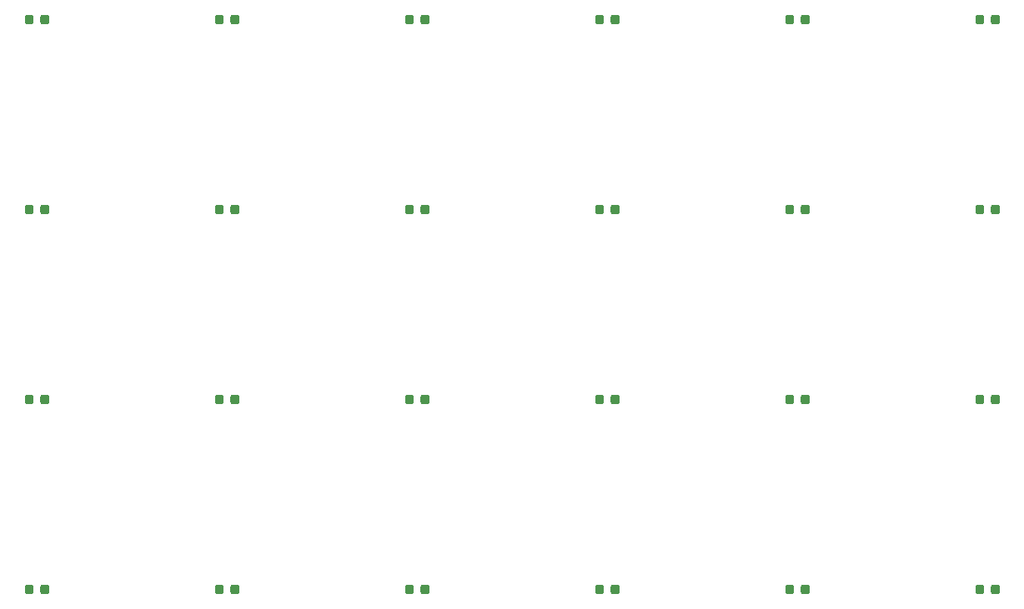
<source format=gbp>
G04 #@! TF.GenerationSoftware,KiCad,Pcbnew,(5.1.5)-3*
G04 #@! TF.CreationDate,2020-01-02T00:08:27-06:00*
G04 #@! TF.ProjectId,untitled-keyboard-project,756e7469-746c-4656-942d-6b6579626f61,rev?*
G04 #@! TF.SameCoordinates,Original*
G04 #@! TF.FileFunction,Paste,Bot*
G04 #@! TF.FilePolarity,Positive*
%FSLAX46Y46*%
G04 Gerber Fmt 4.6, Leading zero omitted, Abs format (unit mm)*
G04 Created by KiCad (PCBNEW (5.1.5)-3) date 2020-01-02 00:08:27*
%MOMM*%
%LPD*%
G04 APERTURE LIST*
%ADD10C,0.100000*%
G04 APERTURE END LIST*
D10*
G36*
X72604691Y-54898053D02*
G01*
X72625926Y-54901203D01*
X72646750Y-54906419D01*
X72666962Y-54913651D01*
X72686368Y-54922830D01*
X72704781Y-54933866D01*
X72722024Y-54946654D01*
X72737930Y-54961070D01*
X72752346Y-54976976D01*
X72765134Y-54994219D01*
X72776170Y-55012632D01*
X72785349Y-55032038D01*
X72792581Y-55052250D01*
X72797797Y-55073074D01*
X72800947Y-55094309D01*
X72802000Y-55115750D01*
X72802000Y-55628250D01*
X72800947Y-55649691D01*
X72797797Y-55670926D01*
X72792581Y-55691750D01*
X72785349Y-55711962D01*
X72776170Y-55731368D01*
X72765134Y-55749781D01*
X72752346Y-55767024D01*
X72737930Y-55782930D01*
X72722024Y-55797346D01*
X72704781Y-55810134D01*
X72686368Y-55821170D01*
X72666962Y-55830349D01*
X72646750Y-55837581D01*
X72625926Y-55842797D01*
X72604691Y-55845947D01*
X72583250Y-55847000D01*
X72145750Y-55847000D01*
X72124309Y-55845947D01*
X72103074Y-55842797D01*
X72082250Y-55837581D01*
X72062038Y-55830349D01*
X72042632Y-55821170D01*
X72024219Y-55810134D01*
X72006976Y-55797346D01*
X71991070Y-55782930D01*
X71976654Y-55767024D01*
X71963866Y-55749781D01*
X71952830Y-55731368D01*
X71943651Y-55711962D01*
X71936419Y-55691750D01*
X71931203Y-55670926D01*
X71928053Y-55649691D01*
X71927000Y-55628250D01*
X71927000Y-55115750D01*
X71928053Y-55094309D01*
X71931203Y-55073074D01*
X71936419Y-55052250D01*
X71943651Y-55032038D01*
X71952830Y-55012632D01*
X71963866Y-54994219D01*
X71976654Y-54976976D01*
X71991070Y-54961070D01*
X72006976Y-54946654D01*
X72024219Y-54933866D01*
X72042632Y-54922830D01*
X72062038Y-54913651D01*
X72082250Y-54906419D01*
X72103074Y-54901203D01*
X72124309Y-54898053D01*
X72145750Y-54897000D01*
X72583250Y-54897000D01*
X72604691Y-54898053D01*
G37*
G36*
X74179691Y-54898053D02*
G01*
X74200926Y-54901203D01*
X74221750Y-54906419D01*
X74241962Y-54913651D01*
X74261368Y-54922830D01*
X74279781Y-54933866D01*
X74297024Y-54946654D01*
X74312930Y-54961070D01*
X74327346Y-54976976D01*
X74340134Y-54994219D01*
X74351170Y-55012632D01*
X74360349Y-55032038D01*
X74367581Y-55052250D01*
X74372797Y-55073074D01*
X74375947Y-55094309D01*
X74377000Y-55115750D01*
X74377000Y-55628250D01*
X74375947Y-55649691D01*
X74372797Y-55670926D01*
X74367581Y-55691750D01*
X74360349Y-55711962D01*
X74351170Y-55731368D01*
X74340134Y-55749781D01*
X74327346Y-55767024D01*
X74312930Y-55782930D01*
X74297024Y-55797346D01*
X74279781Y-55810134D01*
X74261368Y-55821170D01*
X74241962Y-55830349D01*
X74221750Y-55837581D01*
X74200926Y-55842797D01*
X74179691Y-55845947D01*
X74158250Y-55847000D01*
X73720750Y-55847000D01*
X73699309Y-55845947D01*
X73678074Y-55842797D01*
X73657250Y-55837581D01*
X73637038Y-55830349D01*
X73617632Y-55821170D01*
X73599219Y-55810134D01*
X73581976Y-55797346D01*
X73566070Y-55782930D01*
X73551654Y-55767024D01*
X73538866Y-55749781D01*
X73527830Y-55731368D01*
X73518651Y-55711962D01*
X73511419Y-55691750D01*
X73506203Y-55670926D01*
X73503053Y-55649691D01*
X73502000Y-55628250D01*
X73502000Y-55115750D01*
X73503053Y-55094309D01*
X73506203Y-55073074D01*
X73511419Y-55052250D01*
X73518651Y-55032038D01*
X73527830Y-55012632D01*
X73538866Y-54994219D01*
X73551654Y-54976976D01*
X73566070Y-54961070D01*
X73581976Y-54946654D01*
X73599219Y-54933866D01*
X73617632Y-54922830D01*
X73637038Y-54913651D01*
X73657250Y-54906419D01*
X73678074Y-54901203D01*
X73699309Y-54898053D01*
X73720750Y-54897000D01*
X74158250Y-54897000D01*
X74179691Y-54898053D01*
G37*
G36*
X91908691Y-54898053D02*
G01*
X91929926Y-54901203D01*
X91950750Y-54906419D01*
X91970962Y-54913651D01*
X91990368Y-54922830D01*
X92008781Y-54933866D01*
X92026024Y-54946654D01*
X92041930Y-54961070D01*
X92056346Y-54976976D01*
X92069134Y-54994219D01*
X92080170Y-55012632D01*
X92089349Y-55032038D01*
X92096581Y-55052250D01*
X92101797Y-55073074D01*
X92104947Y-55094309D01*
X92106000Y-55115750D01*
X92106000Y-55628250D01*
X92104947Y-55649691D01*
X92101797Y-55670926D01*
X92096581Y-55691750D01*
X92089349Y-55711962D01*
X92080170Y-55731368D01*
X92069134Y-55749781D01*
X92056346Y-55767024D01*
X92041930Y-55782930D01*
X92026024Y-55797346D01*
X92008781Y-55810134D01*
X91990368Y-55821170D01*
X91970962Y-55830349D01*
X91950750Y-55837581D01*
X91929926Y-55842797D01*
X91908691Y-55845947D01*
X91887250Y-55847000D01*
X91449750Y-55847000D01*
X91428309Y-55845947D01*
X91407074Y-55842797D01*
X91386250Y-55837581D01*
X91366038Y-55830349D01*
X91346632Y-55821170D01*
X91328219Y-55810134D01*
X91310976Y-55797346D01*
X91295070Y-55782930D01*
X91280654Y-55767024D01*
X91267866Y-55749781D01*
X91256830Y-55731368D01*
X91247651Y-55711962D01*
X91240419Y-55691750D01*
X91235203Y-55670926D01*
X91232053Y-55649691D01*
X91231000Y-55628250D01*
X91231000Y-55115750D01*
X91232053Y-55094309D01*
X91235203Y-55073074D01*
X91240419Y-55052250D01*
X91247651Y-55032038D01*
X91256830Y-55012632D01*
X91267866Y-54994219D01*
X91280654Y-54976976D01*
X91295070Y-54961070D01*
X91310976Y-54946654D01*
X91328219Y-54933866D01*
X91346632Y-54922830D01*
X91366038Y-54913651D01*
X91386250Y-54906419D01*
X91407074Y-54901203D01*
X91428309Y-54898053D01*
X91449750Y-54897000D01*
X91887250Y-54897000D01*
X91908691Y-54898053D01*
G37*
G36*
X93483691Y-54898053D02*
G01*
X93504926Y-54901203D01*
X93525750Y-54906419D01*
X93545962Y-54913651D01*
X93565368Y-54922830D01*
X93583781Y-54933866D01*
X93601024Y-54946654D01*
X93616930Y-54961070D01*
X93631346Y-54976976D01*
X93644134Y-54994219D01*
X93655170Y-55012632D01*
X93664349Y-55032038D01*
X93671581Y-55052250D01*
X93676797Y-55073074D01*
X93679947Y-55094309D01*
X93681000Y-55115750D01*
X93681000Y-55628250D01*
X93679947Y-55649691D01*
X93676797Y-55670926D01*
X93671581Y-55691750D01*
X93664349Y-55711962D01*
X93655170Y-55731368D01*
X93644134Y-55749781D01*
X93631346Y-55767024D01*
X93616930Y-55782930D01*
X93601024Y-55797346D01*
X93583781Y-55810134D01*
X93565368Y-55821170D01*
X93545962Y-55830349D01*
X93525750Y-55837581D01*
X93504926Y-55842797D01*
X93483691Y-55845947D01*
X93462250Y-55847000D01*
X93024750Y-55847000D01*
X93003309Y-55845947D01*
X92982074Y-55842797D01*
X92961250Y-55837581D01*
X92941038Y-55830349D01*
X92921632Y-55821170D01*
X92903219Y-55810134D01*
X92885976Y-55797346D01*
X92870070Y-55782930D01*
X92855654Y-55767024D01*
X92842866Y-55749781D01*
X92831830Y-55731368D01*
X92822651Y-55711962D01*
X92815419Y-55691750D01*
X92810203Y-55670926D01*
X92807053Y-55649691D01*
X92806000Y-55628250D01*
X92806000Y-55115750D01*
X92807053Y-55094309D01*
X92810203Y-55073074D01*
X92815419Y-55052250D01*
X92822651Y-55032038D01*
X92831830Y-55012632D01*
X92842866Y-54994219D01*
X92855654Y-54976976D01*
X92870070Y-54961070D01*
X92885976Y-54946654D01*
X92903219Y-54933866D01*
X92921632Y-54922830D01*
X92941038Y-54913651D01*
X92961250Y-54906419D01*
X92982074Y-54901203D01*
X93003309Y-54898053D01*
X93024750Y-54897000D01*
X93462250Y-54897000D01*
X93483691Y-54898053D01*
G37*
G36*
X111212691Y-54898053D02*
G01*
X111233926Y-54901203D01*
X111254750Y-54906419D01*
X111274962Y-54913651D01*
X111294368Y-54922830D01*
X111312781Y-54933866D01*
X111330024Y-54946654D01*
X111345930Y-54961070D01*
X111360346Y-54976976D01*
X111373134Y-54994219D01*
X111384170Y-55012632D01*
X111393349Y-55032038D01*
X111400581Y-55052250D01*
X111405797Y-55073074D01*
X111408947Y-55094309D01*
X111410000Y-55115750D01*
X111410000Y-55628250D01*
X111408947Y-55649691D01*
X111405797Y-55670926D01*
X111400581Y-55691750D01*
X111393349Y-55711962D01*
X111384170Y-55731368D01*
X111373134Y-55749781D01*
X111360346Y-55767024D01*
X111345930Y-55782930D01*
X111330024Y-55797346D01*
X111312781Y-55810134D01*
X111294368Y-55821170D01*
X111274962Y-55830349D01*
X111254750Y-55837581D01*
X111233926Y-55842797D01*
X111212691Y-55845947D01*
X111191250Y-55847000D01*
X110753750Y-55847000D01*
X110732309Y-55845947D01*
X110711074Y-55842797D01*
X110690250Y-55837581D01*
X110670038Y-55830349D01*
X110650632Y-55821170D01*
X110632219Y-55810134D01*
X110614976Y-55797346D01*
X110599070Y-55782930D01*
X110584654Y-55767024D01*
X110571866Y-55749781D01*
X110560830Y-55731368D01*
X110551651Y-55711962D01*
X110544419Y-55691750D01*
X110539203Y-55670926D01*
X110536053Y-55649691D01*
X110535000Y-55628250D01*
X110535000Y-55115750D01*
X110536053Y-55094309D01*
X110539203Y-55073074D01*
X110544419Y-55052250D01*
X110551651Y-55032038D01*
X110560830Y-55012632D01*
X110571866Y-54994219D01*
X110584654Y-54976976D01*
X110599070Y-54961070D01*
X110614976Y-54946654D01*
X110632219Y-54933866D01*
X110650632Y-54922830D01*
X110670038Y-54913651D01*
X110690250Y-54906419D01*
X110711074Y-54901203D01*
X110732309Y-54898053D01*
X110753750Y-54897000D01*
X111191250Y-54897000D01*
X111212691Y-54898053D01*
G37*
G36*
X112787691Y-54898053D02*
G01*
X112808926Y-54901203D01*
X112829750Y-54906419D01*
X112849962Y-54913651D01*
X112869368Y-54922830D01*
X112887781Y-54933866D01*
X112905024Y-54946654D01*
X112920930Y-54961070D01*
X112935346Y-54976976D01*
X112948134Y-54994219D01*
X112959170Y-55012632D01*
X112968349Y-55032038D01*
X112975581Y-55052250D01*
X112980797Y-55073074D01*
X112983947Y-55094309D01*
X112985000Y-55115750D01*
X112985000Y-55628250D01*
X112983947Y-55649691D01*
X112980797Y-55670926D01*
X112975581Y-55691750D01*
X112968349Y-55711962D01*
X112959170Y-55731368D01*
X112948134Y-55749781D01*
X112935346Y-55767024D01*
X112920930Y-55782930D01*
X112905024Y-55797346D01*
X112887781Y-55810134D01*
X112869368Y-55821170D01*
X112849962Y-55830349D01*
X112829750Y-55837581D01*
X112808926Y-55842797D01*
X112787691Y-55845947D01*
X112766250Y-55847000D01*
X112328750Y-55847000D01*
X112307309Y-55845947D01*
X112286074Y-55842797D01*
X112265250Y-55837581D01*
X112245038Y-55830349D01*
X112225632Y-55821170D01*
X112207219Y-55810134D01*
X112189976Y-55797346D01*
X112174070Y-55782930D01*
X112159654Y-55767024D01*
X112146866Y-55749781D01*
X112135830Y-55731368D01*
X112126651Y-55711962D01*
X112119419Y-55691750D01*
X112114203Y-55670926D01*
X112111053Y-55649691D01*
X112110000Y-55628250D01*
X112110000Y-55115750D01*
X112111053Y-55094309D01*
X112114203Y-55073074D01*
X112119419Y-55052250D01*
X112126651Y-55032038D01*
X112135830Y-55012632D01*
X112146866Y-54994219D01*
X112159654Y-54976976D01*
X112174070Y-54961070D01*
X112189976Y-54946654D01*
X112207219Y-54933866D01*
X112225632Y-54922830D01*
X112245038Y-54913651D01*
X112265250Y-54906419D01*
X112286074Y-54901203D01*
X112307309Y-54898053D01*
X112328750Y-54897000D01*
X112766250Y-54897000D01*
X112787691Y-54898053D01*
G37*
G36*
X130516691Y-54898053D02*
G01*
X130537926Y-54901203D01*
X130558750Y-54906419D01*
X130578962Y-54913651D01*
X130598368Y-54922830D01*
X130616781Y-54933866D01*
X130634024Y-54946654D01*
X130649930Y-54961070D01*
X130664346Y-54976976D01*
X130677134Y-54994219D01*
X130688170Y-55012632D01*
X130697349Y-55032038D01*
X130704581Y-55052250D01*
X130709797Y-55073074D01*
X130712947Y-55094309D01*
X130714000Y-55115750D01*
X130714000Y-55628250D01*
X130712947Y-55649691D01*
X130709797Y-55670926D01*
X130704581Y-55691750D01*
X130697349Y-55711962D01*
X130688170Y-55731368D01*
X130677134Y-55749781D01*
X130664346Y-55767024D01*
X130649930Y-55782930D01*
X130634024Y-55797346D01*
X130616781Y-55810134D01*
X130598368Y-55821170D01*
X130578962Y-55830349D01*
X130558750Y-55837581D01*
X130537926Y-55842797D01*
X130516691Y-55845947D01*
X130495250Y-55847000D01*
X130057750Y-55847000D01*
X130036309Y-55845947D01*
X130015074Y-55842797D01*
X129994250Y-55837581D01*
X129974038Y-55830349D01*
X129954632Y-55821170D01*
X129936219Y-55810134D01*
X129918976Y-55797346D01*
X129903070Y-55782930D01*
X129888654Y-55767024D01*
X129875866Y-55749781D01*
X129864830Y-55731368D01*
X129855651Y-55711962D01*
X129848419Y-55691750D01*
X129843203Y-55670926D01*
X129840053Y-55649691D01*
X129839000Y-55628250D01*
X129839000Y-55115750D01*
X129840053Y-55094309D01*
X129843203Y-55073074D01*
X129848419Y-55052250D01*
X129855651Y-55032038D01*
X129864830Y-55012632D01*
X129875866Y-54994219D01*
X129888654Y-54976976D01*
X129903070Y-54961070D01*
X129918976Y-54946654D01*
X129936219Y-54933866D01*
X129954632Y-54922830D01*
X129974038Y-54913651D01*
X129994250Y-54906419D01*
X130015074Y-54901203D01*
X130036309Y-54898053D01*
X130057750Y-54897000D01*
X130495250Y-54897000D01*
X130516691Y-54898053D01*
G37*
G36*
X132091691Y-54898053D02*
G01*
X132112926Y-54901203D01*
X132133750Y-54906419D01*
X132153962Y-54913651D01*
X132173368Y-54922830D01*
X132191781Y-54933866D01*
X132209024Y-54946654D01*
X132224930Y-54961070D01*
X132239346Y-54976976D01*
X132252134Y-54994219D01*
X132263170Y-55012632D01*
X132272349Y-55032038D01*
X132279581Y-55052250D01*
X132284797Y-55073074D01*
X132287947Y-55094309D01*
X132289000Y-55115750D01*
X132289000Y-55628250D01*
X132287947Y-55649691D01*
X132284797Y-55670926D01*
X132279581Y-55691750D01*
X132272349Y-55711962D01*
X132263170Y-55731368D01*
X132252134Y-55749781D01*
X132239346Y-55767024D01*
X132224930Y-55782930D01*
X132209024Y-55797346D01*
X132191781Y-55810134D01*
X132173368Y-55821170D01*
X132153962Y-55830349D01*
X132133750Y-55837581D01*
X132112926Y-55842797D01*
X132091691Y-55845947D01*
X132070250Y-55847000D01*
X131632750Y-55847000D01*
X131611309Y-55845947D01*
X131590074Y-55842797D01*
X131569250Y-55837581D01*
X131549038Y-55830349D01*
X131529632Y-55821170D01*
X131511219Y-55810134D01*
X131493976Y-55797346D01*
X131478070Y-55782930D01*
X131463654Y-55767024D01*
X131450866Y-55749781D01*
X131439830Y-55731368D01*
X131430651Y-55711962D01*
X131423419Y-55691750D01*
X131418203Y-55670926D01*
X131415053Y-55649691D01*
X131414000Y-55628250D01*
X131414000Y-55115750D01*
X131415053Y-55094309D01*
X131418203Y-55073074D01*
X131423419Y-55052250D01*
X131430651Y-55032038D01*
X131439830Y-55012632D01*
X131450866Y-54994219D01*
X131463654Y-54976976D01*
X131478070Y-54961070D01*
X131493976Y-54946654D01*
X131511219Y-54933866D01*
X131529632Y-54922830D01*
X131549038Y-54913651D01*
X131569250Y-54906419D01*
X131590074Y-54901203D01*
X131611309Y-54898053D01*
X131632750Y-54897000D01*
X132070250Y-54897000D01*
X132091691Y-54898053D01*
G37*
G36*
X151395691Y-54898053D02*
G01*
X151416926Y-54901203D01*
X151437750Y-54906419D01*
X151457962Y-54913651D01*
X151477368Y-54922830D01*
X151495781Y-54933866D01*
X151513024Y-54946654D01*
X151528930Y-54961070D01*
X151543346Y-54976976D01*
X151556134Y-54994219D01*
X151567170Y-55012632D01*
X151576349Y-55032038D01*
X151583581Y-55052250D01*
X151588797Y-55073074D01*
X151591947Y-55094309D01*
X151593000Y-55115750D01*
X151593000Y-55628250D01*
X151591947Y-55649691D01*
X151588797Y-55670926D01*
X151583581Y-55691750D01*
X151576349Y-55711962D01*
X151567170Y-55731368D01*
X151556134Y-55749781D01*
X151543346Y-55767024D01*
X151528930Y-55782930D01*
X151513024Y-55797346D01*
X151495781Y-55810134D01*
X151477368Y-55821170D01*
X151457962Y-55830349D01*
X151437750Y-55837581D01*
X151416926Y-55842797D01*
X151395691Y-55845947D01*
X151374250Y-55847000D01*
X150936750Y-55847000D01*
X150915309Y-55845947D01*
X150894074Y-55842797D01*
X150873250Y-55837581D01*
X150853038Y-55830349D01*
X150833632Y-55821170D01*
X150815219Y-55810134D01*
X150797976Y-55797346D01*
X150782070Y-55782930D01*
X150767654Y-55767024D01*
X150754866Y-55749781D01*
X150743830Y-55731368D01*
X150734651Y-55711962D01*
X150727419Y-55691750D01*
X150722203Y-55670926D01*
X150719053Y-55649691D01*
X150718000Y-55628250D01*
X150718000Y-55115750D01*
X150719053Y-55094309D01*
X150722203Y-55073074D01*
X150727419Y-55052250D01*
X150734651Y-55032038D01*
X150743830Y-55012632D01*
X150754866Y-54994219D01*
X150767654Y-54976976D01*
X150782070Y-54961070D01*
X150797976Y-54946654D01*
X150815219Y-54933866D01*
X150833632Y-54922830D01*
X150853038Y-54913651D01*
X150873250Y-54906419D01*
X150894074Y-54901203D01*
X150915309Y-54898053D01*
X150936750Y-54897000D01*
X151374250Y-54897000D01*
X151395691Y-54898053D01*
G37*
G36*
X149820691Y-54898053D02*
G01*
X149841926Y-54901203D01*
X149862750Y-54906419D01*
X149882962Y-54913651D01*
X149902368Y-54922830D01*
X149920781Y-54933866D01*
X149938024Y-54946654D01*
X149953930Y-54961070D01*
X149968346Y-54976976D01*
X149981134Y-54994219D01*
X149992170Y-55012632D01*
X150001349Y-55032038D01*
X150008581Y-55052250D01*
X150013797Y-55073074D01*
X150016947Y-55094309D01*
X150018000Y-55115750D01*
X150018000Y-55628250D01*
X150016947Y-55649691D01*
X150013797Y-55670926D01*
X150008581Y-55691750D01*
X150001349Y-55711962D01*
X149992170Y-55731368D01*
X149981134Y-55749781D01*
X149968346Y-55767024D01*
X149953930Y-55782930D01*
X149938024Y-55797346D01*
X149920781Y-55810134D01*
X149902368Y-55821170D01*
X149882962Y-55830349D01*
X149862750Y-55837581D01*
X149841926Y-55842797D01*
X149820691Y-55845947D01*
X149799250Y-55847000D01*
X149361750Y-55847000D01*
X149340309Y-55845947D01*
X149319074Y-55842797D01*
X149298250Y-55837581D01*
X149278038Y-55830349D01*
X149258632Y-55821170D01*
X149240219Y-55810134D01*
X149222976Y-55797346D01*
X149207070Y-55782930D01*
X149192654Y-55767024D01*
X149179866Y-55749781D01*
X149168830Y-55731368D01*
X149159651Y-55711962D01*
X149152419Y-55691750D01*
X149147203Y-55670926D01*
X149144053Y-55649691D01*
X149143000Y-55628250D01*
X149143000Y-55115750D01*
X149144053Y-55094309D01*
X149147203Y-55073074D01*
X149152419Y-55052250D01*
X149159651Y-55032038D01*
X149168830Y-55012632D01*
X149179866Y-54994219D01*
X149192654Y-54976976D01*
X149207070Y-54961070D01*
X149222976Y-54946654D01*
X149240219Y-54933866D01*
X149258632Y-54922830D01*
X149278038Y-54913651D01*
X149298250Y-54906419D01*
X149319074Y-54901203D01*
X149340309Y-54898053D01*
X149361750Y-54897000D01*
X149799250Y-54897000D01*
X149820691Y-54898053D01*
G37*
G36*
X170699691Y-54898053D02*
G01*
X170720926Y-54901203D01*
X170741750Y-54906419D01*
X170761962Y-54913651D01*
X170781368Y-54922830D01*
X170799781Y-54933866D01*
X170817024Y-54946654D01*
X170832930Y-54961070D01*
X170847346Y-54976976D01*
X170860134Y-54994219D01*
X170871170Y-55012632D01*
X170880349Y-55032038D01*
X170887581Y-55052250D01*
X170892797Y-55073074D01*
X170895947Y-55094309D01*
X170897000Y-55115750D01*
X170897000Y-55628250D01*
X170895947Y-55649691D01*
X170892797Y-55670926D01*
X170887581Y-55691750D01*
X170880349Y-55711962D01*
X170871170Y-55731368D01*
X170860134Y-55749781D01*
X170847346Y-55767024D01*
X170832930Y-55782930D01*
X170817024Y-55797346D01*
X170799781Y-55810134D01*
X170781368Y-55821170D01*
X170761962Y-55830349D01*
X170741750Y-55837581D01*
X170720926Y-55842797D01*
X170699691Y-55845947D01*
X170678250Y-55847000D01*
X170240750Y-55847000D01*
X170219309Y-55845947D01*
X170198074Y-55842797D01*
X170177250Y-55837581D01*
X170157038Y-55830349D01*
X170137632Y-55821170D01*
X170119219Y-55810134D01*
X170101976Y-55797346D01*
X170086070Y-55782930D01*
X170071654Y-55767024D01*
X170058866Y-55749781D01*
X170047830Y-55731368D01*
X170038651Y-55711962D01*
X170031419Y-55691750D01*
X170026203Y-55670926D01*
X170023053Y-55649691D01*
X170022000Y-55628250D01*
X170022000Y-55115750D01*
X170023053Y-55094309D01*
X170026203Y-55073074D01*
X170031419Y-55052250D01*
X170038651Y-55032038D01*
X170047830Y-55012632D01*
X170058866Y-54994219D01*
X170071654Y-54976976D01*
X170086070Y-54961070D01*
X170101976Y-54946654D01*
X170119219Y-54933866D01*
X170137632Y-54922830D01*
X170157038Y-54913651D01*
X170177250Y-54906419D01*
X170198074Y-54901203D01*
X170219309Y-54898053D01*
X170240750Y-54897000D01*
X170678250Y-54897000D01*
X170699691Y-54898053D01*
G37*
G36*
X169124691Y-54898053D02*
G01*
X169145926Y-54901203D01*
X169166750Y-54906419D01*
X169186962Y-54913651D01*
X169206368Y-54922830D01*
X169224781Y-54933866D01*
X169242024Y-54946654D01*
X169257930Y-54961070D01*
X169272346Y-54976976D01*
X169285134Y-54994219D01*
X169296170Y-55012632D01*
X169305349Y-55032038D01*
X169312581Y-55052250D01*
X169317797Y-55073074D01*
X169320947Y-55094309D01*
X169322000Y-55115750D01*
X169322000Y-55628250D01*
X169320947Y-55649691D01*
X169317797Y-55670926D01*
X169312581Y-55691750D01*
X169305349Y-55711962D01*
X169296170Y-55731368D01*
X169285134Y-55749781D01*
X169272346Y-55767024D01*
X169257930Y-55782930D01*
X169242024Y-55797346D01*
X169224781Y-55810134D01*
X169206368Y-55821170D01*
X169186962Y-55830349D01*
X169166750Y-55837581D01*
X169145926Y-55842797D01*
X169124691Y-55845947D01*
X169103250Y-55847000D01*
X168665750Y-55847000D01*
X168644309Y-55845947D01*
X168623074Y-55842797D01*
X168602250Y-55837581D01*
X168582038Y-55830349D01*
X168562632Y-55821170D01*
X168544219Y-55810134D01*
X168526976Y-55797346D01*
X168511070Y-55782930D01*
X168496654Y-55767024D01*
X168483866Y-55749781D01*
X168472830Y-55731368D01*
X168463651Y-55711962D01*
X168456419Y-55691750D01*
X168451203Y-55670926D01*
X168448053Y-55649691D01*
X168447000Y-55628250D01*
X168447000Y-55115750D01*
X168448053Y-55094309D01*
X168451203Y-55073074D01*
X168456419Y-55052250D01*
X168463651Y-55032038D01*
X168472830Y-55012632D01*
X168483866Y-54994219D01*
X168496654Y-54976976D01*
X168511070Y-54961070D01*
X168526976Y-54946654D01*
X168544219Y-54933866D01*
X168562632Y-54922830D01*
X168582038Y-54913651D01*
X168602250Y-54906419D01*
X168623074Y-54901203D01*
X168644309Y-54898053D01*
X168665750Y-54897000D01*
X169103250Y-54897000D01*
X169124691Y-54898053D01*
G37*
G36*
X74179691Y-74202053D02*
G01*
X74200926Y-74205203D01*
X74221750Y-74210419D01*
X74241962Y-74217651D01*
X74261368Y-74226830D01*
X74279781Y-74237866D01*
X74297024Y-74250654D01*
X74312930Y-74265070D01*
X74327346Y-74280976D01*
X74340134Y-74298219D01*
X74351170Y-74316632D01*
X74360349Y-74336038D01*
X74367581Y-74356250D01*
X74372797Y-74377074D01*
X74375947Y-74398309D01*
X74377000Y-74419750D01*
X74377000Y-74932250D01*
X74375947Y-74953691D01*
X74372797Y-74974926D01*
X74367581Y-74995750D01*
X74360349Y-75015962D01*
X74351170Y-75035368D01*
X74340134Y-75053781D01*
X74327346Y-75071024D01*
X74312930Y-75086930D01*
X74297024Y-75101346D01*
X74279781Y-75114134D01*
X74261368Y-75125170D01*
X74241962Y-75134349D01*
X74221750Y-75141581D01*
X74200926Y-75146797D01*
X74179691Y-75149947D01*
X74158250Y-75151000D01*
X73720750Y-75151000D01*
X73699309Y-75149947D01*
X73678074Y-75146797D01*
X73657250Y-75141581D01*
X73637038Y-75134349D01*
X73617632Y-75125170D01*
X73599219Y-75114134D01*
X73581976Y-75101346D01*
X73566070Y-75086930D01*
X73551654Y-75071024D01*
X73538866Y-75053781D01*
X73527830Y-75035368D01*
X73518651Y-75015962D01*
X73511419Y-74995750D01*
X73506203Y-74974926D01*
X73503053Y-74953691D01*
X73502000Y-74932250D01*
X73502000Y-74419750D01*
X73503053Y-74398309D01*
X73506203Y-74377074D01*
X73511419Y-74356250D01*
X73518651Y-74336038D01*
X73527830Y-74316632D01*
X73538866Y-74298219D01*
X73551654Y-74280976D01*
X73566070Y-74265070D01*
X73581976Y-74250654D01*
X73599219Y-74237866D01*
X73617632Y-74226830D01*
X73637038Y-74217651D01*
X73657250Y-74210419D01*
X73678074Y-74205203D01*
X73699309Y-74202053D01*
X73720750Y-74201000D01*
X74158250Y-74201000D01*
X74179691Y-74202053D01*
G37*
G36*
X72604691Y-74202053D02*
G01*
X72625926Y-74205203D01*
X72646750Y-74210419D01*
X72666962Y-74217651D01*
X72686368Y-74226830D01*
X72704781Y-74237866D01*
X72722024Y-74250654D01*
X72737930Y-74265070D01*
X72752346Y-74280976D01*
X72765134Y-74298219D01*
X72776170Y-74316632D01*
X72785349Y-74336038D01*
X72792581Y-74356250D01*
X72797797Y-74377074D01*
X72800947Y-74398309D01*
X72802000Y-74419750D01*
X72802000Y-74932250D01*
X72800947Y-74953691D01*
X72797797Y-74974926D01*
X72792581Y-74995750D01*
X72785349Y-75015962D01*
X72776170Y-75035368D01*
X72765134Y-75053781D01*
X72752346Y-75071024D01*
X72737930Y-75086930D01*
X72722024Y-75101346D01*
X72704781Y-75114134D01*
X72686368Y-75125170D01*
X72666962Y-75134349D01*
X72646750Y-75141581D01*
X72625926Y-75146797D01*
X72604691Y-75149947D01*
X72583250Y-75151000D01*
X72145750Y-75151000D01*
X72124309Y-75149947D01*
X72103074Y-75146797D01*
X72082250Y-75141581D01*
X72062038Y-75134349D01*
X72042632Y-75125170D01*
X72024219Y-75114134D01*
X72006976Y-75101346D01*
X71991070Y-75086930D01*
X71976654Y-75071024D01*
X71963866Y-75053781D01*
X71952830Y-75035368D01*
X71943651Y-75015962D01*
X71936419Y-74995750D01*
X71931203Y-74974926D01*
X71928053Y-74953691D01*
X71927000Y-74932250D01*
X71927000Y-74419750D01*
X71928053Y-74398309D01*
X71931203Y-74377074D01*
X71936419Y-74356250D01*
X71943651Y-74336038D01*
X71952830Y-74316632D01*
X71963866Y-74298219D01*
X71976654Y-74280976D01*
X71991070Y-74265070D01*
X72006976Y-74250654D01*
X72024219Y-74237866D01*
X72042632Y-74226830D01*
X72062038Y-74217651D01*
X72082250Y-74210419D01*
X72103074Y-74205203D01*
X72124309Y-74202053D01*
X72145750Y-74201000D01*
X72583250Y-74201000D01*
X72604691Y-74202053D01*
G37*
G36*
X91908691Y-74202053D02*
G01*
X91929926Y-74205203D01*
X91950750Y-74210419D01*
X91970962Y-74217651D01*
X91990368Y-74226830D01*
X92008781Y-74237866D01*
X92026024Y-74250654D01*
X92041930Y-74265070D01*
X92056346Y-74280976D01*
X92069134Y-74298219D01*
X92080170Y-74316632D01*
X92089349Y-74336038D01*
X92096581Y-74356250D01*
X92101797Y-74377074D01*
X92104947Y-74398309D01*
X92106000Y-74419750D01*
X92106000Y-74932250D01*
X92104947Y-74953691D01*
X92101797Y-74974926D01*
X92096581Y-74995750D01*
X92089349Y-75015962D01*
X92080170Y-75035368D01*
X92069134Y-75053781D01*
X92056346Y-75071024D01*
X92041930Y-75086930D01*
X92026024Y-75101346D01*
X92008781Y-75114134D01*
X91990368Y-75125170D01*
X91970962Y-75134349D01*
X91950750Y-75141581D01*
X91929926Y-75146797D01*
X91908691Y-75149947D01*
X91887250Y-75151000D01*
X91449750Y-75151000D01*
X91428309Y-75149947D01*
X91407074Y-75146797D01*
X91386250Y-75141581D01*
X91366038Y-75134349D01*
X91346632Y-75125170D01*
X91328219Y-75114134D01*
X91310976Y-75101346D01*
X91295070Y-75086930D01*
X91280654Y-75071024D01*
X91267866Y-75053781D01*
X91256830Y-75035368D01*
X91247651Y-75015962D01*
X91240419Y-74995750D01*
X91235203Y-74974926D01*
X91232053Y-74953691D01*
X91231000Y-74932250D01*
X91231000Y-74419750D01*
X91232053Y-74398309D01*
X91235203Y-74377074D01*
X91240419Y-74356250D01*
X91247651Y-74336038D01*
X91256830Y-74316632D01*
X91267866Y-74298219D01*
X91280654Y-74280976D01*
X91295070Y-74265070D01*
X91310976Y-74250654D01*
X91328219Y-74237866D01*
X91346632Y-74226830D01*
X91366038Y-74217651D01*
X91386250Y-74210419D01*
X91407074Y-74205203D01*
X91428309Y-74202053D01*
X91449750Y-74201000D01*
X91887250Y-74201000D01*
X91908691Y-74202053D01*
G37*
G36*
X93483691Y-74202053D02*
G01*
X93504926Y-74205203D01*
X93525750Y-74210419D01*
X93545962Y-74217651D01*
X93565368Y-74226830D01*
X93583781Y-74237866D01*
X93601024Y-74250654D01*
X93616930Y-74265070D01*
X93631346Y-74280976D01*
X93644134Y-74298219D01*
X93655170Y-74316632D01*
X93664349Y-74336038D01*
X93671581Y-74356250D01*
X93676797Y-74377074D01*
X93679947Y-74398309D01*
X93681000Y-74419750D01*
X93681000Y-74932250D01*
X93679947Y-74953691D01*
X93676797Y-74974926D01*
X93671581Y-74995750D01*
X93664349Y-75015962D01*
X93655170Y-75035368D01*
X93644134Y-75053781D01*
X93631346Y-75071024D01*
X93616930Y-75086930D01*
X93601024Y-75101346D01*
X93583781Y-75114134D01*
X93565368Y-75125170D01*
X93545962Y-75134349D01*
X93525750Y-75141581D01*
X93504926Y-75146797D01*
X93483691Y-75149947D01*
X93462250Y-75151000D01*
X93024750Y-75151000D01*
X93003309Y-75149947D01*
X92982074Y-75146797D01*
X92961250Y-75141581D01*
X92941038Y-75134349D01*
X92921632Y-75125170D01*
X92903219Y-75114134D01*
X92885976Y-75101346D01*
X92870070Y-75086930D01*
X92855654Y-75071024D01*
X92842866Y-75053781D01*
X92831830Y-75035368D01*
X92822651Y-75015962D01*
X92815419Y-74995750D01*
X92810203Y-74974926D01*
X92807053Y-74953691D01*
X92806000Y-74932250D01*
X92806000Y-74419750D01*
X92807053Y-74398309D01*
X92810203Y-74377074D01*
X92815419Y-74356250D01*
X92822651Y-74336038D01*
X92831830Y-74316632D01*
X92842866Y-74298219D01*
X92855654Y-74280976D01*
X92870070Y-74265070D01*
X92885976Y-74250654D01*
X92903219Y-74237866D01*
X92921632Y-74226830D01*
X92941038Y-74217651D01*
X92961250Y-74210419D01*
X92982074Y-74205203D01*
X93003309Y-74202053D01*
X93024750Y-74201000D01*
X93462250Y-74201000D01*
X93483691Y-74202053D01*
G37*
G36*
X111212691Y-74202053D02*
G01*
X111233926Y-74205203D01*
X111254750Y-74210419D01*
X111274962Y-74217651D01*
X111294368Y-74226830D01*
X111312781Y-74237866D01*
X111330024Y-74250654D01*
X111345930Y-74265070D01*
X111360346Y-74280976D01*
X111373134Y-74298219D01*
X111384170Y-74316632D01*
X111393349Y-74336038D01*
X111400581Y-74356250D01*
X111405797Y-74377074D01*
X111408947Y-74398309D01*
X111410000Y-74419750D01*
X111410000Y-74932250D01*
X111408947Y-74953691D01*
X111405797Y-74974926D01*
X111400581Y-74995750D01*
X111393349Y-75015962D01*
X111384170Y-75035368D01*
X111373134Y-75053781D01*
X111360346Y-75071024D01*
X111345930Y-75086930D01*
X111330024Y-75101346D01*
X111312781Y-75114134D01*
X111294368Y-75125170D01*
X111274962Y-75134349D01*
X111254750Y-75141581D01*
X111233926Y-75146797D01*
X111212691Y-75149947D01*
X111191250Y-75151000D01*
X110753750Y-75151000D01*
X110732309Y-75149947D01*
X110711074Y-75146797D01*
X110690250Y-75141581D01*
X110670038Y-75134349D01*
X110650632Y-75125170D01*
X110632219Y-75114134D01*
X110614976Y-75101346D01*
X110599070Y-75086930D01*
X110584654Y-75071024D01*
X110571866Y-75053781D01*
X110560830Y-75035368D01*
X110551651Y-75015962D01*
X110544419Y-74995750D01*
X110539203Y-74974926D01*
X110536053Y-74953691D01*
X110535000Y-74932250D01*
X110535000Y-74419750D01*
X110536053Y-74398309D01*
X110539203Y-74377074D01*
X110544419Y-74356250D01*
X110551651Y-74336038D01*
X110560830Y-74316632D01*
X110571866Y-74298219D01*
X110584654Y-74280976D01*
X110599070Y-74265070D01*
X110614976Y-74250654D01*
X110632219Y-74237866D01*
X110650632Y-74226830D01*
X110670038Y-74217651D01*
X110690250Y-74210419D01*
X110711074Y-74205203D01*
X110732309Y-74202053D01*
X110753750Y-74201000D01*
X111191250Y-74201000D01*
X111212691Y-74202053D01*
G37*
G36*
X112787691Y-74202053D02*
G01*
X112808926Y-74205203D01*
X112829750Y-74210419D01*
X112849962Y-74217651D01*
X112869368Y-74226830D01*
X112887781Y-74237866D01*
X112905024Y-74250654D01*
X112920930Y-74265070D01*
X112935346Y-74280976D01*
X112948134Y-74298219D01*
X112959170Y-74316632D01*
X112968349Y-74336038D01*
X112975581Y-74356250D01*
X112980797Y-74377074D01*
X112983947Y-74398309D01*
X112985000Y-74419750D01*
X112985000Y-74932250D01*
X112983947Y-74953691D01*
X112980797Y-74974926D01*
X112975581Y-74995750D01*
X112968349Y-75015962D01*
X112959170Y-75035368D01*
X112948134Y-75053781D01*
X112935346Y-75071024D01*
X112920930Y-75086930D01*
X112905024Y-75101346D01*
X112887781Y-75114134D01*
X112869368Y-75125170D01*
X112849962Y-75134349D01*
X112829750Y-75141581D01*
X112808926Y-75146797D01*
X112787691Y-75149947D01*
X112766250Y-75151000D01*
X112328750Y-75151000D01*
X112307309Y-75149947D01*
X112286074Y-75146797D01*
X112265250Y-75141581D01*
X112245038Y-75134349D01*
X112225632Y-75125170D01*
X112207219Y-75114134D01*
X112189976Y-75101346D01*
X112174070Y-75086930D01*
X112159654Y-75071024D01*
X112146866Y-75053781D01*
X112135830Y-75035368D01*
X112126651Y-75015962D01*
X112119419Y-74995750D01*
X112114203Y-74974926D01*
X112111053Y-74953691D01*
X112110000Y-74932250D01*
X112110000Y-74419750D01*
X112111053Y-74398309D01*
X112114203Y-74377074D01*
X112119419Y-74356250D01*
X112126651Y-74336038D01*
X112135830Y-74316632D01*
X112146866Y-74298219D01*
X112159654Y-74280976D01*
X112174070Y-74265070D01*
X112189976Y-74250654D01*
X112207219Y-74237866D01*
X112225632Y-74226830D01*
X112245038Y-74217651D01*
X112265250Y-74210419D01*
X112286074Y-74205203D01*
X112307309Y-74202053D01*
X112328750Y-74201000D01*
X112766250Y-74201000D01*
X112787691Y-74202053D01*
G37*
G36*
X130516691Y-74202053D02*
G01*
X130537926Y-74205203D01*
X130558750Y-74210419D01*
X130578962Y-74217651D01*
X130598368Y-74226830D01*
X130616781Y-74237866D01*
X130634024Y-74250654D01*
X130649930Y-74265070D01*
X130664346Y-74280976D01*
X130677134Y-74298219D01*
X130688170Y-74316632D01*
X130697349Y-74336038D01*
X130704581Y-74356250D01*
X130709797Y-74377074D01*
X130712947Y-74398309D01*
X130714000Y-74419750D01*
X130714000Y-74932250D01*
X130712947Y-74953691D01*
X130709797Y-74974926D01*
X130704581Y-74995750D01*
X130697349Y-75015962D01*
X130688170Y-75035368D01*
X130677134Y-75053781D01*
X130664346Y-75071024D01*
X130649930Y-75086930D01*
X130634024Y-75101346D01*
X130616781Y-75114134D01*
X130598368Y-75125170D01*
X130578962Y-75134349D01*
X130558750Y-75141581D01*
X130537926Y-75146797D01*
X130516691Y-75149947D01*
X130495250Y-75151000D01*
X130057750Y-75151000D01*
X130036309Y-75149947D01*
X130015074Y-75146797D01*
X129994250Y-75141581D01*
X129974038Y-75134349D01*
X129954632Y-75125170D01*
X129936219Y-75114134D01*
X129918976Y-75101346D01*
X129903070Y-75086930D01*
X129888654Y-75071024D01*
X129875866Y-75053781D01*
X129864830Y-75035368D01*
X129855651Y-75015962D01*
X129848419Y-74995750D01*
X129843203Y-74974926D01*
X129840053Y-74953691D01*
X129839000Y-74932250D01*
X129839000Y-74419750D01*
X129840053Y-74398309D01*
X129843203Y-74377074D01*
X129848419Y-74356250D01*
X129855651Y-74336038D01*
X129864830Y-74316632D01*
X129875866Y-74298219D01*
X129888654Y-74280976D01*
X129903070Y-74265070D01*
X129918976Y-74250654D01*
X129936219Y-74237866D01*
X129954632Y-74226830D01*
X129974038Y-74217651D01*
X129994250Y-74210419D01*
X130015074Y-74205203D01*
X130036309Y-74202053D01*
X130057750Y-74201000D01*
X130495250Y-74201000D01*
X130516691Y-74202053D01*
G37*
G36*
X132091691Y-74202053D02*
G01*
X132112926Y-74205203D01*
X132133750Y-74210419D01*
X132153962Y-74217651D01*
X132173368Y-74226830D01*
X132191781Y-74237866D01*
X132209024Y-74250654D01*
X132224930Y-74265070D01*
X132239346Y-74280976D01*
X132252134Y-74298219D01*
X132263170Y-74316632D01*
X132272349Y-74336038D01*
X132279581Y-74356250D01*
X132284797Y-74377074D01*
X132287947Y-74398309D01*
X132289000Y-74419750D01*
X132289000Y-74932250D01*
X132287947Y-74953691D01*
X132284797Y-74974926D01*
X132279581Y-74995750D01*
X132272349Y-75015962D01*
X132263170Y-75035368D01*
X132252134Y-75053781D01*
X132239346Y-75071024D01*
X132224930Y-75086930D01*
X132209024Y-75101346D01*
X132191781Y-75114134D01*
X132173368Y-75125170D01*
X132153962Y-75134349D01*
X132133750Y-75141581D01*
X132112926Y-75146797D01*
X132091691Y-75149947D01*
X132070250Y-75151000D01*
X131632750Y-75151000D01*
X131611309Y-75149947D01*
X131590074Y-75146797D01*
X131569250Y-75141581D01*
X131549038Y-75134349D01*
X131529632Y-75125170D01*
X131511219Y-75114134D01*
X131493976Y-75101346D01*
X131478070Y-75086930D01*
X131463654Y-75071024D01*
X131450866Y-75053781D01*
X131439830Y-75035368D01*
X131430651Y-75015962D01*
X131423419Y-74995750D01*
X131418203Y-74974926D01*
X131415053Y-74953691D01*
X131414000Y-74932250D01*
X131414000Y-74419750D01*
X131415053Y-74398309D01*
X131418203Y-74377074D01*
X131423419Y-74356250D01*
X131430651Y-74336038D01*
X131439830Y-74316632D01*
X131450866Y-74298219D01*
X131463654Y-74280976D01*
X131478070Y-74265070D01*
X131493976Y-74250654D01*
X131511219Y-74237866D01*
X131529632Y-74226830D01*
X131549038Y-74217651D01*
X131569250Y-74210419D01*
X131590074Y-74205203D01*
X131611309Y-74202053D01*
X131632750Y-74201000D01*
X132070250Y-74201000D01*
X132091691Y-74202053D01*
G37*
G36*
X151395691Y-74202053D02*
G01*
X151416926Y-74205203D01*
X151437750Y-74210419D01*
X151457962Y-74217651D01*
X151477368Y-74226830D01*
X151495781Y-74237866D01*
X151513024Y-74250654D01*
X151528930Y-74265070D01*
X151543346Y-74280976D01*
X151556134Y-74298219D01*
X151567170Y-74316632D01*
X151576349Y-74336038D01*
X151583581Y-74356250D01*
X151588797Y-74377074D01*
X151591947Y-74398309D01*
X151593000Y-74419750D01*
X151593000Y-74932250D01*
X151591947Y-74953691D01*
X151588797Y-74974926D01*
X151583581Y-74995750D01*
X151576349Y-75015962D01*
X151567170Y-75035368D01*
X151556134Y-75053781D01*
X151543346Y-75071024D01*
X151528930Y-75086930D01*
X151513024Y-75101346D01*
X151495781Y-75114134D01*
X151477368Y-75125170D01*
X151457962Y-75134349D01*
X151437750Y-75141581D01*
X151416926Y-75146797D01*
X151395691Y-75149947D01*
X151374250Y-75151000D01*
X150936750Y-75151000D01*
X150915309Y-75149947D01*
X150894074Y-75146797D01*
X150873250Y-75141581D01*
X150853038Y-75134349D01*
X150833632Y-75125170D01*
X150815219Y-75114134D01*
X150797976Y-75101346D01*
X150782070Y-75086930D01*
X150767654Y-75071024D01*
X150754866Y-75053781D01*
X150743830Y-75035368D01*
X150734651Y-75015962D01*
X150727419Y-74995750D01*
X150722203Y-74974926D01*
X150719053Y-74953691D01*
X150718000Y-74932250D01*
X150718000Y-74419750D01*
X150719053Y-74398309D01*
X150722203Y-74377074D01*
X150727419Y-74356250D01*
X150734651Y-74336038D01*
X150743830Y-74316632D01*
X150754866Y-74298219D01*
X150767654Y-74280976D01*
X150782070Y-74265070D01*
X150797976Y-74250654D01*
X150815219Y-74237866D01*
X150833632Y-74226830D01*
X150853038Y-74217651D01*
X150873250Y-74210419D01*
X150894074Y-74205203D01*
X150915309Y-74202053D01*
X150936750Y-74201000D01*
X151374250Y-74201000D01*
X151395691Y-74202053D01*
G37*
G36*
X149820691Y-74202053D02*
G01*
X149841926Y-74205203D01*
X149862750Y-74210419D01*
X149882962Y-74217651D01*
X149902368Y-74226830D01*
X149920781Y-74237866D01*
X149938024Y-74250654D01*
X149953930Y-74265070D01*
X149968346Y-74280976D01*
X149981134Y-74298219D01*
X149992170Y-74316632D01*
X150001349Y-74336038D01*
X150008581Y-74356250D01*
X150013797Y-74377074D01*
X150016947Y-74398309D01*
X150018000Y-74419750D01*
X150018000Y-74932250D01*
X150016947Y-74953691D01*
X150013797Y-74974926D01*
X150008581Y-74995750D01*
X150001349Y-75015962D01*
X149992170Y-75035368D01*
X149981134Y-75053781D01*
X149968346Y-75071024D01*
X149953930Y-75086930D01*
X149938024Y-75101346D01*
X149920781Y-75114134D01*
X149902368Y-75125170D01*
X149882962Y-75134349D01*
X149862750Y-75141581D01*
X149841926Y-75146797D01*
X149820691Y-75149947D01*
X149799250Y-75151000D01*
X149361750Y-75151000D01*
X149340309Y-75149947D01*
X149319074Y-75146797D01*
X149298250Y-75141581D01*
X149278038Y-75134349D01*
X149258632Y-75125170D01*
X149240219Y-75114134D01*
X149222976Y-75101346D01*
X149207070Y-75086930D01*
X149192654Y-75071024D01*
X149179866Y-75053781D01*
X149168830Y-75035368D01*
X149159651Y-75015962D01*
X149152419Y-74995750D01*
X149147203Y-74974926D01*
X149144053Y-74953691D01*
X149143000Y-74932250D01*
X149143000Y-74419750D01*
X149144053Y-74398309D01*
X149147203Y-74377074D01*
X149152419Y-74356250D01*
X149159651Y-74336038D01*
X149168830Y-74316632D01*
X149179866Y-74298219D01*
X149192654Y-74280976D01*
X149207070Y-74265070D01*
X149222976Y-74250654D01*
X149240219Y-74237866D01*
X149258632Y-74226830D01*
X149278038Y-74217651D01*
X149298250Y-74210419D01*
X149319074Y-74205203D01*
X149340309Y-74202053D01*
X149361750Y-74201000D01*
X149799250Y-74201000D01*
X149820691Y-74202053D01*
G37*
G36*
X170699691Y-74202053D02*
G01*
X170720926Y-74205203D01*
X170741750Y-74210419D01*
X170761962Y-74217651D01*
X170781368Y-74226830D01*
X170799781Y-74237866D01*
X170817024Y-74250654D01*
X170832930Y-74265070D01*
X170847346Y-74280976D01*
X170860134Y-74298219D01*
X170871170Y-74316632D01*
X170880349Y-74336038D01*
X170887581Y-74356250D01*
X170892797Y-74377074D01*
X170895947Y-74398309D01*
X170897000Y-74419750D01*
X170897000Y-74932250D01*
X170895947Y-74953691D01*
X170892797Y-74974926D01*
X170887581Y-74995750D01*
X170880349Y-75015962D01*
X170871170Y-75035368D01*
X170860134Y-75053781D01*
X170847346Y-75071024D01*
X170832930Y-75086930D01*
X170817024Y-75101346D01*
X170799781Y-75114134D01*
X170781368Y-75125170D01*
X170761962Y-75134349D01*
X170741750Y-75141581D01*
X170720926Y-75146797D01*
X170699691Y-75149947D01*
X170678250Y-75151000D01*
X170240750Y-75151000D01*
X170219309Y-75149947D01*
X170198074Y-75146797D01*
X170177250Y-75141581D01*
X170157038Y-75134349D01*
X170137632Y-75125170D01*
X170119219Y-75114134D01*
X170101976Y-75101346D01*
X170086070Y-75086930D01*
X170071654Y-75071024D01*
X170058866Y-75053781D01*
X170047830Y-75035368D01*
X170038651Y-75015962D01*
X170031419Y-74995750D01*
X170026203Y-74974926D01*
X170023053Y-74953691D01*
X170022000Y-74932250D01*
X170022000Y-74419750D01*
X170023053Y-74398309D01*
X170026203Y-74377074D01*
X170031419Y-74356250D01*
X170038651Y-74336038D01*
X170047830Y-74316632D01*
X170058866Y-74298219D01*
X170071654Y-74280976D01*
X170086070Y-74265070D01*
X170101976Y-74250654D01*
X170119219Y-74237866D01*
X170137632Y-74226830D01*
X170157038Y-74217651D01*
X170177250Y-74210419D01*
X170198074Y-74205203D01*
X170219309Y-74202053D01*
X170240750Y-74201000D01*
X170678250Y-74201000D01*
X170699691Y-74202053D01*
G37*
G36*
X169124691Y-74202053D02*
G01*
X169145926Y-74205203D01*
X169166750Y-74210419D01*
X169186962Y-74217651D01*
X169206368Y-74226830D01*
X169224781Y-74237866D01*
X169242024Y-74250654D01*
X169257930Y-74265070D01*
X169272346Y-74280976D01*
X169285134Y-74298219D01*
X169296170Y-74316632D01*
X169305349Y-74336038D01*
X169312581Y-74356250D01*
X169317797Y-74377074D01*
X169320947Y-74398309D01*
X169322000Y-74419750D01*
X169322000Y-74932250D01*
X169320947Y-74953691D01*
X169317797Y-74974926D01*
X169312581Y-74995750D01*
X169305349Y-75015962D01*
X169296170Y-75035368D01*
X169285134Y-75053781D01*
X169272346Y-75071024D01*
X169257930Y-75086930D01*
X169242024Y-75101346D01*
X169224781Y-75114134D01*
X169206368Y-75125170D01*
X169186962Y-75134349D01*
X169166750Y-75141581D01*
X169145926Y-75146797D01*
X169124691Y-75149947D01*
X169103250Y-75151000D01*
X168665750Y-75151000D01*
X168644309Y-75149947D01*
X168623074Y-75146797D01*
X168602250Y-75141581D01*
X168582038Y-75134349D01*
X168562632Y-75125170D01*
X168544219Y-75114134D01*
X168526976Y-75101346D01*
X168511070Y-75086930D01*
X168496654Y-75071024D01*
X168483866Y-75053781D01*
X168472830Y-75035368D01*
X168463651Y-75015962D01*
X168456419Y-74995750D01*
X168451203Y-74974926D01*
X168448053Y-74953691D01*
X168447000Y-74932250D01*
X168447000Y-74419750D01*
X168448053Y-74398309D01*
X168451203Y-74377074D01*
X168456419Y-74356250D01*
X168463651Y-74336038D01*
X168472830Y-74316632D01*
X168483866Y-74298219D01*
X168496654Y-74280976D01*
X168511070Y-74265070D01*
X168526976Y-74250654D01*
X168544219Y-74237866D01*
X168562632Y-74226830D01*
X168582038Y-74217651D01*
X168602250Y-74210419D01*
X168623074Y-74205203D01*
X168644309Y-74202053D01*
X168665750Y-74201000D01*
X169103250Y-74201000D01*
X169124691Y-74202053D01*
G37*
G36*
X74179691Y-93506053D02*
G01*
X74200926Y-93509203D01*
X74221750Y-93514419D01*
X74241962Y-93521651D01*
X74261368Y-93530830D01*
X74279781Y-93541866D01*
X74297024Y-93554654D01*
X74312930Y-93569070D01*
X74327346Y-93584976D01*
X74340134Y-93602219D01*
X74351170Y-93620632D01*
X74360349Y-93640038D01*
X74367581Y-93660250D01*
X74372797Y-93681074D01*
X74375947Y-93702309D01*
X74377000Y-93723750D01*
X74377000Y-94236250D01*
X74375947Y-94257691D01*
X74372797Y-94278926D01*
X74367581Y-94299750D01*
X74360349Y-94319962D01*
X74351170Y-94339368D01*
X74340134Y-94357781D01*
X74327346Y-94375024D01*
X74312930Y-94390930D01*
X74297024Y-94405346D01*
X74279781Y-94418134D01*
X74261368Y-94429170D01*
X74241962Y-94438349D01*
X74221750Y-94445581D01*
X74200926Y-94450797D01*
X74179691Y-94453947D01*
X74158250Y-94455000D01*
X73720750Y-94455000D01*
X73699309Y-94453947D01*
X73678074Y-94450797D01*
X73657250Y-94445581D01*
X73637038Y-94438349D01*
X73617632Y-94429170D01*
X73599219Y-94418134D01*
X73581976Y-94405346D01*
X73566070Y-94390930D01*
X73551654Y-94375024D01*
X73538866Y-94357781D01*
X73527830Y-94339368D01*
X73518651Y-94319962D01*
X73511419Y-94299750D01*
X73506203Y-94278926D01*
X73503053Y-94257691D01*
X73502000Y-94236250D01*
X73502000Y-93723750D01*
X73503053Y-93702309D01*
X73506203Y-93681074D01*
X73511419Y-93660250D01*
X73518651Y-93640038D01*
X73527830Y-93620632D01*
X73538866Y-93602219D01*
X73551654Y-93584976D01*
X73566070Y-93569070D01*
X73581976Y-93554654D01*
X73599219Y-93541866D01*
X73617632Y-93530830D01*
X73637038Y-93521651D01*
X73657250Y-93514419D01*
X73678074Y-93509203D01*
X73699309Y-93506053D01*
X73720750Y-93505000D01*
X74158250Y-93505000D01*
X74179691Y-93506053D01*
G37*
G36*
X72604691Y-93506053D02*
G01*
X72625926Y-93509203D01*
X72646750Y-93514419D01*
X72666962Y-93521651D01*
X72686368Y-93530830D01*
X72704781Y-93541866D01*
X72722024Y-93554654D01*
X72737930Y-93569070D01*
X72752346Y-93584976D01*
X72765134Y-93602219D01*
X72776170Y-93620632D01*
X72785349Y-93640038D01*
X72792581Y-93660250D01*
X72797797Y-93681074D01*
X72800947Y-93702309D01*
X72802000Y-93723750D01*
X72802000Y-94236250D01*
X72800947Y-94257691D01*
X72797797Y-94278926D01*
X72792581Y-94299750D01*
X72785349Y-94319962D01*
X72776170Y-94339368D01*
X72765134Y-94357781D01*
X72752346Y-94375024D01*
X72737930Y-94390930D01*
X72722024Y-94405346D01*
X72704781Y-94418134D01*
X72686368Y-94429170D01*
X72666962Y-94438349D01*
X72646750Y-94445581D01*
X72625926Y-94450797D01*
X72604691Y-94453947D01*
X72583250Y-94455000D01*
X72145750Y-94455000D01*
X72124309Y-94453947D01*
X72103074Y-94450797D01*
X72082250Y-94445581D01*
X72062038Y-94438349D01*
X72042632Y-94429170D01*
X72024219Y-94418134D01*
X72006976Y-94405346D01*
X71991070Y-94390930D01*
X71976654Y-94375024D01*
X71963866Y-94357781D01*
X71952830Y-94339368D01*
X71943651Y-94319962D01*
X71936419Y-94299750D01*
X71931203Y-94278926D01*
X71928053Y-94257691D01*
X71927000Y-94236250D01*
X71927000Y-93723750D01*
X71928053Y-93702309D01*
X71931203Y-93681074D01*
X71936419Y-93660250D01*
X71943651Y-93640038D01*
X71952830Y-93620632D01*
X71963866Y-93602219D01*
X71976654Y-93584976D01*
X71991070Y-93569070D01*
X72006976Y-93554654D01*
X72024219Y-93541866D01*
X72042632Y-93530830D01*
X72062038Y-93521651D01*
X72082250Y-93514419D01*
X72103074Y-93509203D01*
X72124309Y-93506053D01*
X72145750Y-93505000D01*
X72583250Y-93505000D01*
X72604691Y-93506053D01*
G37*
G36*
X93483691Y-93506053D02*
G01*
X93504926Y-93509203D01*
X93525750Y-93514419D01*
X93545962Y-93521651D01*
X93565368Y-93530830D01*
X93583781Y-93541866D01*
X93601024Y-93554654D01*
X93616930Y-93569070D01*
X93631346Y-93584976D01*
X93644134Y-93602219D01*
X93655170Y-93620632D01*
X93664349Y-93640038D01*
X93671581Y-93660250D01*
X93676797Y-93681074D01*
X93679947Y-93702309D01*
X93681000Y-93723750D01*
X93681000Y-94236250D01*
X93679947Y-94257691D01*
X93676797Y-94278926D01*
X93671581Y-94299750D01*
X93664349Y-94319962D01*
X93655170Y-94339368D01*
X93644134Y-94357781D01*
X93631346Y-94375024D01*
X93616930Y-94390930D01*
X93601024Y-94405346D01*
X93583781Y-94418134D01*
X93565368Y-94429170D01*
X93545962Y-94438349D01*
X93525750Y-94445581D01*
X93504926Y-94450797D01*
X93483691Y-94453947D01*
X93462250Y-94455000D01*
X93024750Y-94455000D01*
X93003309Y-94453947D01*
X92982074Y-94450797D01*
X92961250Y-94445581D01*
X92941038Y-94438349D01*
X92921632Y-94429170D01*
X92903219Y-94418134D01*
X92885976Y-94405346D01*
X92870070Y-94390930D01*
X92855654Y-94375024D01*
X92842866Y-94357781D01*
X92831830Y-94339368D01*
X92822651Y-94319962D01*
X92815419Y-94299750D01*
X92810203Y-94278926D01*
X92807053Y-94257691D01*
X92806000Y-94236250D01*
X92806000Y-93723750D01*
X92807053Y-93702309D01*
X92810203Y-93681074D01*
X92815419Y-93660250D01*
X92822651Y-93640038D01*
X92831830Y-93620632D01*
X92842866Y-93602219D01*
X92855654Y-93584976D01*
X92870070Y-93569070D01*
X92885976Y-93554654D01*
X92903219Y-93541866D01*
X92921632Y-93530830D01*
X92941038Y-93521651D01*
X92961250Y-93514419D01*
X92982074Y-93509203D01*
X93003309Y-93506053D01*
X93024750Y-93505000D01*
X93462250Y-93505000D01*
X93483691Y-93506053D01*
G37*
G36*
X91908691Y-93506053D02*
G01*
X91929926Y-93509203D01*
X91950750Y-93514419D01*
X91970962Y-93521651D01*
X91990368Y-93530830D01*
X92008781Y-93541866D01*
X92026024Y-93554654D01*
X92041930Y-93569070D01*
X92056346Y-93584976D01*
X92069134Y-93602219D01*
X92080170Y-93620632D01*
X92089349Y-93640038D01*
X92096581Y-93660250D01*
X92101797Y-93681074D01*
X92104947Y-93702309D01*
X92106000Y-93723750D01*
X92106000Y-94236250D01*
X92104947Y-94257691D01*
X92101797Y-94278926D01*
X92096581Y-94299750D01*
X92089349Y-94319962D01*
X92080170Y-94339368D01*
X92069134Y-94357781D01*
X92056346Y-94375024D01*
X92041930Y-94390930D01*
X92026024Y-94405346D01*
X92008781Y-94418134D01*
X91990368Y-94429170D01*
X91970962Y-94438349D01*
X91950750Y-94445581D01*
X91929926Y-94450797D01*
X91908691Y-94453947D01*
X91887250Y-94455000D01*
X91449750Y-94455000D01*
X91428309Y-94453947D01*
X91407074Y-94450797D01*
X91386250Y-94445581D01*
X91366038Y-94438349D01*
X91346632Y-94429170D01*
X91328219Y-94418134D01*
X91310976Y-94405346D01*
X91295070Y-94390930D01*
X91280654Y-94375024D01*
X91267866Y-94357781D01*
X91256830Y-94339368D01*
X91247651Y-94319962D01*
X91240419Y-94299750D01*
X91235203Y-94278926D01*
X91232053Y-94257691D01*
X91231000Y-94236250D01*
X91231000Y-93723750D01*
X91232053Y-93702309D01*
X91235203Y-93681074D01*
X91240419Y-93660250D01*
X91247651Y-93640038D01*
X91256830Y-93620632D01*
X91267866Y-93602219D01*
X91280654Y-93584976D01*
X91295070Y-93569070D01*
X91310976Y-93554654D01*
X91328219Y-93541866D01*
X91346632Y-93530830D01*
X91366038Y-93521651D01*
X91386250Y-93514419D01*
X91407074Y-93509203D01*
X91428309Y-93506053D01*
X91449750Y-93505000D01*
X91887250Y-93505000D01*
X91908691Y-93506053D01*
G37*
G36*
X112787691Y-93506053D02*
G01*
X112808926Y-93509203D01*
X112829750Y-93514419D01*
X112849962Y-93521651D01*
X112869368Y-93530830D01*
X112887781Y-93541866D01*
X112905024Y-93554654D01*
X112920930Y-93569070D01*
X112935346Y-93584976D01*
X112948134Y-93602219D01*
X112959170Y-93620632D01*
X112968349Y-93640038D01*
X112975581Y-93660250D01*
X112980797Y-93681074D01*
X112983947Y-93702309D01*
X112985000Y-93723750D01*
X112985000Y-94236250D01*
X112983947Y-94257691D01*
X112980797Y-94278926D01*
X112975581Y-94299750D01*
X112968349Y-94319962D01*
X112959170Y-94339368D01*
X112948134Y-94357781D01*
X112935346Y-94375024D01*
X112920930Y-94390930D01*
X112905024Y-94405346D01*
X112887781Y-94418134D01*
X112869368Y-94429170D01*
X112849962Y-94438349D01*
X112829750Y-94445581D01*
X112808926Y-94450797D01*
X112787691Y-94453947D01*
X112766250Y-94455000D01*
X112328750Y-94455000D01*
X112307309Y-94453947D01*
X112286074Y-94450797D01*
X112265250Y-94445581D01*
X112245038Y-94438349D01*
X112225632Y-94429170D01*
X112207219Y-94418134D01*
X112189976Y-94405346D01*
X112174070Y-94390930D01*
X112159654Y-94375024D01*
X112146866Y-94357781D01*
X112135830Y-94339368D01*
X112126651Y-94319962D01*
X112119419Y-94299750D01*
X112114203Y-94278926D01*
X112111053Y-94257691D01*
X112110000Y-94236250D01*
X112110000Y-93723750D01*
X112111053Y-93702309D01*
X112114203Y-93681074D01*
X112119419Y-93660250D01*
X112126651Y-93640038D01*
X112135830Y-93620632D01*
X112146866Y-93602219D01*
X112159654Y-93584976D01*
X112174070Y-93569070D01*
X112189976Y-93554654D01*
X112207219Y-93541866D01*
X112225632Y-93530830D01*
X112245038Y-93521651D01*
X112265250Y-93514419D01*
X112286074Y-93509203D01*
X112307309Y-93506053D01*
X112328750Y-93505000D01*
X112766250Y-93505000D01*
X112787691Y-93506053D01*
G37*
G36*
X111212691Y-93506053D02*
G01*
X111233926Y-93509203D01*
X111254750Y-93514419D01*
X111274962Y-93521651D01*
X111294368Y-93530830D01*
X111312781Y-93541866D01*
X111330024Y-93554654D01*
X111345930Y-93569070D01*
X111360346Y-93584976D01*
X111373134Y-93602219D01*
X111384170Y-93620632D01*
X111393349Y-93640038D01*
X111400581Y-93660250D01*
X111405797Y-93681074D01*
X111408947Y-93702309D01*
X111410000Y-93723750D01*
X111410000Y-94236250D01*
X111408947Y-94257691D01*
X111405797Y-94278926D01*
X111400581Y-94299750D01*
X111393349Y-94319962D01*
X111384170Y-94339368D01*
X111373134Y-94357781D01*
X111360346Y-94375024D01*
X111345930Y-94390930D01*
X111330024Y-94405346D01*
X111312781Y-94418134D01*
X111294368Y-94429170D01*
X111274962Y-94438349D01*
X111254750Y-94445581D01*
X111233926Y-94450797D01*
X111212691Y-94453947D01*
X111191250Y-94455000D01*
X110753750Y-94455000D01*
X110732309Y-94453947D01*
X110711074Y-94450797D01*
X110690250Y-94445581D01*
X110670038Y-94438349D01*
X110650632Y-94429170D01*
X110632219Y-94418134D01*
X110614976Y-94405346D01*
X110599070Y-94390930D01*
X110584654Y-94375024D01*
X110571866Y-94357781D01*
X110560830Y-94339368D01*
X110551651Y-94319962D01*
X110544419Y-94299750D01*
X110539203Y-94278926D01*
X110536053Y-94257691D01*
X110535000Y-94236250D01*
X110535000Y-93723750D01*
X110536053Y-93702309D01*
X110539203Y-93681074D01*
X110544419Y-93660250D01*
X110551651Y-93640038D01*
X110560830Y-93620632D01*
X110571866Y-93602219D01*
X110584654Y-93584976D01*
X110599070Y-93569070D01*
X110614976Y-93554654D01*
X110632219Y-93541866D01*
X110650632Y-93530830D01*
X110670038Y-93521651D01*
X110690250Y-93514419D01*
X110711074Y-93509203D01*
X110732309Y-93506053D01*
X110753750Y-93505000D01*
X111191250Y-93505000D01*
X111212691Y-93506053D01*
G37*
G36*
X132091691Y-93506053D02*
G01*
X132112926Y-93509203D01*
X132133750Y-93514419D01*
X132153962Y-93521651D01*
X132173368Y-93530830D01*
X132191781Y-93541866D01*
X132209024Y-93554654D01*
X132224930Y-93569070D01*
X132239346Y-93584976D01*
X132252134Y-93602219D01*
X132263170Y-93620632D01*
X132272349Y-93640038D01*
X132279581Y-93660250D01*
X132284797Y-93681074D01*
X132287947Y-93702309D01*
X132289000Y-93723750D01*
X132289000Y-94236250D01*
X132287947Y-94257691D01*
X132284797Y-94278926D01*
X132279581Y-94299750D01*
X132272349Y-94319962D01*
X132263170Y-94339368D01*
X132252134Y-94357781D01*
X132239346Y-94375024D01*
X132224930Y-94390930D01*
X132209024Y-94405346D01*
X132191781Y-94418134D01*
X132173368Y-94429170D01*
X132153962Y-94438349D01*
X132133750Y-94445581D01*
X132112926Y-94450797D01*
X132091691Y-94453947D01*
X132070250Y-94455000D01*
X131632750Y-94455000D01*
X131611309Y-94453947D01*
X131590074Y-94450797D01*
X131569250Y-94445581D01*
X131549038Y-94438349D01*
X131529632Y-94429170D01*
X131511219Y-94418134D01*
X131493976Y-94405346D01*
X131478070Y-94390930D01*
X131463654Y-94375024D01*
X131450866Y-94357781D01*
X131439830Y-94339368D01*
X131430651Y-94319962D01*
X131423419Y-94299750D01*
X131418203Y-94278926D01*
X131415053Y-94257691D01*
X131414000Y-94236250D01*
X131414000Y-93723750D01*
X131415053Y-93702309D01*
X131418203Y-93681074D01*
X131423419Y-93660250D01*
X131430651Y-93640038D01*
X131439830Y-93620632D01*
X131450866Y-93602219D01*
X131463654Y-93584976D01*
X131478070Y-93569070D01*
X131493976Y-93554654D01*
X131511219Y-93541866D01*
X131529632Y-93530830D01*
X131549038Y-93521651D01*
X131569250Y-93514419D01*
X131590074Y-93509203D01*
X131611309Y-93506053D01*
X131632750Y-93505000D01*
X132070250Y-93505000D01*
X132091691Y-93506053D01*
G37*
G36*
X130516691Y-93506053D02*
G01*
X130537926Y-93509203D01*
X130558750Y-93514419D01*
X130578962Y-93521651D01*
X130598368Y-93530830D01*
X130616781Y-93541866D01*
X130634024Y-93554654D01*
X130649930Y-93569070D01*
X130664346Y-93584976D01*
X130677134Y-93602219D01*
X130688170Y-93620632D01*
X130697349Y-93640038D01*
X130704581Y-93660250D01*
X130709797Y-93681074D01*
X130712947Y-93702309D01*
X130714000Y-93723750D01*
X130714000Y-94236250D01*
X130712947Y-94257691D01*
X130709797Y-94278926D01*
X130704581Y-94299750D01*
X130697349Y-94319962D01*
X130688170Y-94339368D01*
X130677134Y-94357781D01*
X130664346Y-94375024D01*
X130649930Y-94390930D01*
X130634024Y-94405346D01*
X130616781Y-94418134D01*
X130598368Y-94429170D01*
X130578962Y-94438349D01*
X130558750Y-94445581D01*
X130537926Y-94450797D01*
X130516691Y-94453947D01*
X130495250Y-94455000D01*
X130057750Y-94455000D01*
X130036309Y-94453947D01*
X130015074Y-94450797D01*
X129994250Y-94445581D01*
X129974038Y-94438349D01*
X129954632Y-94429170D01*
X129936219Y-94418134D01*
X129918976Y-94405346D01*
X129903070Y-94390930D01*
X129888654Y-94375024D01*
X129875866Y-94357781D01*
X129864830Y-94339368D01*
X129855651Y-94319962D01*
X129848419Y-94299750D01*
X129843203Y-94278926D01*
X129840053Y-94257691D01*
X129839000Y-94236250D01*
X129839000Y-93723750D01*
X129840053Y-93702309D01*
X129843203Y-93681074D01*
X129848419Y-93660250D01*
X129855651Y-93640038D01*
X129864830Y-93620632D01*
X129875866Y-93602219D01*
X129888654Y-93584976D01*
X129903070Y-93569070D01*
X129918976Y-93554654D01*
X129936219Y-93541866D01*
X129954632Y-93530830D01*
X129974038Y-93521651D01*
X129994250Y-93514419D01*
X130015074Y-93509203D01*
X130036309Y-93506053D01*
X130057750Y-93505000D01*
X130495250Y-93505000D01*
X130516691Y-93506053D01*
G37*
G36*
X151395691Y-93506053D02*
G01*
X151416926Y-93509203D01*
X151437750Y-93514419D01*
X151457962Y-93521651D01*
X151477368Y-93530830D01*
X151495781Y-93541866D01*
X151513024Y-93554654D01*
X151528930Y-93569070D01*
X151543346Y-93584976D01*
X151556134Y-93602219D01*
X151567170Y-93620632D01*
X151576349Y-93640038D01*
X151583581Y-93660250D01*
X151588797Y-93681074D01*
X151591947Y-93702309D01*
X151593000Y-93723750D01*
X151593000Y-94236250D01*
X151591947Y-94257691D01*
X151588797Y-94278926D01*
X151583581Y-94299750D01*
X151576349Y-94319962D01*
X151567170Y-94339368D01*
X151556134Y-94357781D01*
X151543346Y-94375024D01*
X151528930Y-94390930D01*
X151513024Y-94405346D01*
X151495781Y-94418134D01*
X151477368Y-94429170D01*
X151457962Y-94438349D01*
X151437750Y-94445581D01*
X151416926Y-94450797D01*
X151395691Y-94453947D01*
X151374250Y-94455000D01*
X150936750Y-94455000D01*
X150915309Y-94453947D01*
X150894074Y-94450797D01*
X150873250Y-94445581D01*
X150853038Y-94438349D01*
X150833632Y-94429170D01*
X150815219Y-94418134D01*
X150797976Y-94405346D01*
X150782070Y-94390930D01*
X150767654Y-94375024D01*
X150754866Y-94357781D01*
X150743830Y-94339368D01*
X150734651Y-94319962D01*
X150727419Y-94299750D01*
X150722203Y-94278926D01*
X150719053Y-94257691D01*
X150718000Y-94236250D01*
X150718000Y-93723750D01*
X150719053Y-93702309D01*
X150722203Y-93681074D01*
X150727419Y-93660250D01*
X150734651Y-93640038D01*
X150743830Y-93620632D01*
X150754866Y-93602219D01*
X150767654Y-93584976D01*
X150782070Y-93569070D01*
X150797976Y-93554654D01*
X150815219Y-93541866D01*
X150833632Y-93530830D01*
X150853038Y-93521651D01*
X150873250Y-93514419D01*
X150894074Y-93509203D01*
X150915309Y-93506053D01*
X150936750Y-93505000D01*
X151374250Y-93505000D01*
X151395691Y-93506053D01*
G37*
G36*
X149820691Y-93506053D02*
G01*
X149841926Y-93509203D01*
X149862750Y-93514419D01*
X149882962Y-93521651D01*
X149902368Y-93530830D01*
X149920781Y-93541866D01*
X149938024Y-93554654D01*
X149953930Y-93569070D01*
X149968346Y-93584976D01*
X149981134Y-93602219D01*
X149992170Y-93620632D01*
X150001349Y-93640038D01*
X150008581Y-93660250D01*
X150013797Y-93681074D01*
X150016947Y-93702309D01*
X150018000Y-93723750D01*
X150018000Y-94236250D01*
X150016947Y-94257691D01*
X150013797Y-94278926D01*
X150008581Y-94299750D01*
X150001349Y-94319962D01*
X149992170Y-94339368D01*
X149981134Y-94357781D01*
X149968346Y-94375024D01*
X149953930Y-94390930D01*
X149938024Y-94405346D01*
X149920781Y-94418134D01*
X149902368Y-94429170D01*
X149882962Y-94438349D01*
X149862750Y-94445581D01*
X149841926Y-94450797D01*
X149820691Y-94453947D01*
X149799250Y-94455000D01*
X149361750Y-94455000D01*
X149340309Y-94453947D01*
X149319074Y-94450797D01*
X149298250Y-94445581D01*
X149278038Y-94438349D01*
X149258632Y-94429170D01*
X149240219Y-94418134D01*
X149222976Y-94405346D01*
X149207070Y-94390930D01*
X149192654Y-94375024D01*
X149179866Y-94357781D01*
X149168830Y-94339368D01*
X149159651Y-94319962D01*
X149152419Y-94299750D01*
X149147203Y-94278926D01*
X149144053Y-94257691D01*
X149143000Y-94236250D01*
X149143000Y-93723750D01*
X149144053Y-93702309D01*
X149147203Y-93681074D01*
X149152419Y-93660250D01*
X149159651Y-93640038D01*
X149168830Y-93620632D01*
X149179866Y-93602219D01*
X149192654Y-93584976D01*
X149207070Y-93569070D01*
X149222976Y-93554654D01*
X149240219Y-93541866D01*
X149258632Y-93530830D01*
X149278038Y-93521651D01*
X149298250Y-93514419D01*
X149319074Y-93509203D01*
X149340309Y-93506053D01*
X149361750Y-93505000D01*
X149799250Y-93505000D01*
X149820691Y-93506053D01*
G37*
G36*
X170699691Y-93506053D02*
G01*
X170720926Y-93509203D01*
X170741750Y-93514419D01*
X170761962Y-93521651D01*
X170781368Y-93530830D01*
X170799781Y-93541866D01*
X170817024Y-93554654D01*
X170832930Y-93569070D01*
X170847346Y-93584976D01*
X170860134Y-93602219D01*
X170871170Y-93620632D01*
X170880349Y-93640038D01*
X170887581Y-93660250D01*
X170892797Y-93681074D01*
X170895947Y-93702309D01*
X170897000Y-93723750D01*
X170897000Y-94236250D01*
X170895947Y-94257691D01*
X170892797Y-94278926D01*
X170887581Y-94299750D01*
X170880349Y-94319962D01*
X170871170Y-94339368D01*
X170860134Y-94357781D01*
X170847346Y-94375024D01*
X170832930Y-94390930D01*
X170817024Y-94405346D01*
X170799781Y-94418134D01*
X170781368Y-94429170D01*
X170761962Y-94438349D01*
X170741750Y-94445581D01*
X170720926Y-94450797D01*
X170699691Y-94453947D01*
X170678250Y-94455000D01*
X170240750Y-94455000D01*
X170219309Y-94453947D01*
X170198074Y-94450797D01*
X170177250Y-94445581D01*
X170157038Y-94438349D01*
X170137632Y-94429170D01*
X170119219Y-94418134D01*
X170101976Y-94405346D01*
X170086070Y-94390930D01*
X170071654Y-94375024D01*
X170058866Y-94357781D01*
X170047830Y-94339368D01*
X170038651Y-94319962D01*
X170031419Y-94299750D01*
X170026203Y-94278926D01*
X170023053Y-94257691D01*
X170022000Y-94236250D01*
X170022000Y-93723750D01*
X170023053Y-93702309D01*
X170026203Y-93681074D01*
X170031419Y-93660250D01*
X170038651Y-93640038D01*
X170047830Y-93620632D01*
X170058866Y-93602219D01*
X170071654Y-93584976D01*
X170086070Y-93569070D01*
X170101976Y-93554654D01*
X170119219Y-93541866D01*
X170137632Y-93530830D01*
X170157038Y-93521651D01*
X170177250Y-93514419D01*
X170198074Y-93509203D01*
X170219309Y-93506053D01*
X170240750Y-93505000D01*
X170678250Y-93505000D01*
X170699691Y-93506053D01*
G37*
G36*
X169124691Y-93506053D02*
G01*
X169145926Y-93509203D01*
X169166750Y-93514419D01*
X169186962Y-93521651D01*
X169206368Y-93530830D01*
X169224781Y-93541866D01*
X169242024Y-93554654D01*
X169257930Y-93569070D01*
X169272346Y-93584976D01*
X169285134Y-93602219D01*
X169296170Y-93620632D01*
X169305349Y-93640038D01*
X169312581Y-93660250D01*
X169317797Y-93681074D01*
X169320947Y-93702309D01*
X169322000Y-93723750D01*
X169322000Y-94236250D01*
X169320947Y-94257691D01*
X169317797Y-94278926D01*
X169312581Y-94299750D01*
X169305349Y-94319962D01*
X169296170Y-94339368D01*
X169285134Y-94357781D01*
X169272346Y-94375024D01*
X169257930Y-94390930D01*
X169242024Y-94405346D01*
X169224781Y-94418134D01*
X169206368Y-94429170D01*
X169186962Y-94438349D01*
X169166750Y-94445581D01*
X169145926Y-94450797D01*
X169124691Y-94453947D01*
X169103250Y-94455000D01*
X168665750Y-94455000D01*
X168644309Y-94453947D01*
X168623074Y-94450797D01*
X168602250Y-94445581D01*
X168582038Y-94438349D01*
X168562632Y-94429170D01*
X168544219Y-94418134D01*
X168526976Y-94405346D01*
X168511070Y-94390930D01*
X168496654Y-94375024D01*
X168483866Y-94357781D01*
X168472830Y-94339368D01*
X168463651Y-94319962D01*
X168456419Y-94299750D01*
X168451203Y-94278926D01*
X168448053Y-94257691D01*
X168447000Y-94236250D01*
X168447000Y-93723750D01*
X168448053Y-93702309D01*
X168451203Y-93681074D01*
X168456419Y-93660250D01*
X168463651Y-93640038D01*
X168472830Y-93620632D01*
X168483866Y-93602219D01*
X168496654Y-93584976D01*
X168511070Y-93569070D01*
X168526976Y-93554654D01*
X168544219Y-93541866D01*
X168562632Y-93530830D01*
X168582038Y-93521651D01*
X168602250Y-93514419D01*
X168623074Y-93509203D01*
X168644309Y-93506053D01*
X168665750Y-93505000D01*
X169103250Y-93505000D01*
X169124691Y-93506053D01*
G37*
G36*
X74179691Y-112810053D02*
G01*
X74200926Y-112813203D01*
X74221750Y-112818419D01*
X74241962Y-112825651D01*
X74261368Y-112834830D01*
X74279781Y-112845866D01*
X74297024Y-112858654D01*
X74312930Y-112873070D01*
X74327346Y-112888976D01*
X74340134Y-112906219D01*
X74351170Y-112924632D01*
X74360349Y-112944038D01*
X74367581Y-112964250D01*
X74372797Y-112985074D01*
X74375947Y-113006309D01*
X74377000Y-113027750D01*
X74377000Y-113540250D01*
X74375947Y-113561691D01*
X74372797Y-113582926D01*
X74367581Y-113603750D01*
X74360349Y-113623962D01*
X74351170Y-113643368D01*
X74340134Y-113661781D01*
X74327346Y-113679024D01*
X74312930Y-113694930D01*
X74297024Y-113709346D01*
X74279781Y-113722134D01*
X74261368Y-113733170D01*
X74241962Y-113742349D01*
X74221750Y-113749581D01*
X74200926Y-113754797D01*
X74179691Y-113757947D01*
X74158250Y-113759000D01*
X73720750Y-113759000D01*
X73699309Y-113757947D01*
X73678074Y-113754797D01*
X73657250Y-113749581D01*
X73637038Y-113742349D01*
X73617632Y-113733170D01*
X73599219Y-113722134D01*
X73581976Y-113709346D01*
X73566070Y-113694930D01*
X73551654Y-113679024D01*
X73538866Y-113661781D01*
X73527830Y-113643368D01*
X73518651Y-113623962D01*
X73511419Y-113603750D01*
X73506203Y-113582926D01*
X73503053Y-113561691D01*
X73502000Y-113540250D01*
X73502000Y-113027750D01*
X73503053Y-113006309D01*
X73506203Y-112985074D01*
X73511419Y-112964250D01*
X73518651Y-112944038D01*
X73527830Y-112924632D01*
X73538866Y-112906219D01*
X73551654Y-112888976D01*
X73566070Y-112873070D01*
X73581976Y-112858654D01*
X73599219Y-112845866D01*
X73617632Y-112834830D01*
X73637038Y-112825651D01*
X73657250Y-112818419D01*
X73678074Y-112813203D01*
X73699309Y-112810053D01*
X73720750Y-112809000D01*
X74158250Y-112809000D01*
X74179691Y-112810053D01*
G37*
G36*
X72604691Y-112810053D02*
G01*
X72625926Y-112813203D01*
X72646750Y-112818419D01*
X72666962Y-112825651D01*
X72686368Y-112834830D01*
X72704781Y-112845866D01*
X72722024Y-112858654D01*
X72737930Y-112873070D01*
X72752346Y-112888976D01*
X72765134Y-112906219D01*
X72776170Y-112924632D01*
X72785349Y-112944038D01*
X72792581Y-112964250D01*
X72797797Y-112985074D01*
X72800947Y-113006309D01*
X72802000Y-113027750D01*
X72802000Y-113540250D01*
X72800947Y-113561691D01*
X72797797Y-113582926D01*
X72792581Y-113603750D01*
X72785349Y-113623962D01*
X72776170Y-113643368D01*
X72765134Y-113661781D01*
X72752346Y-113679024D01*
X72737930Y-113694930D01*
X72722024Y-113709346D01*
X72704781Y-113722134D01*
X72686368Y-113733170D01*
X72666962Y-113742349D01*
X72646750Y-113749581D01*
X72625926Y-113754797D01*
X72604691Y-113757947D01*
X72583250Y-113759000D01*
X72145750Y-113759000D01*
X72124309Y-113757947D01*
X72103074Y-113754797D01*
X72082250Y-113749581D01*
X72062038Y-113742349D01*
X72042632Y-113733170D01*
X72024219Y-113722134D01*
X72006976Y-113709346D01*
X71991070Y-113694930D01*
X71976654Y-113679024D01*
X71963866Y-113661781D01*
X71952830Y-113643368D01*
X71943651Y-113623962D01*
X71936419Y-113603750D01*
X71931203Y-113582926D01*
X71928053Y-113561691D01*
X71927000Y-113540250D01*
X71927000Y-113027750D01*
X71928053Y-113006309D01*
X71931203Y-112985074D01*
X71936419Y-112964250D01*
X71943651Y-112944038D01*
X71952830Y-112924632D01*
X71963866Y-112906219D01*
X71976654Y-112888976D01*
X71991070Y-112873070D01*
X72006976Y-112858654D01*
X72024219Y-112845866D01*
X72042632Y-112834830D01*
X72062038Y-112825651D01*
X72082250Y-112818419D01*
X72103074Y-112813203D01*
X72124309Y-112810053D01*
X72145750Y-112809000D01*
X72583250Y-112809000D01*
X72604691Y-112810053D01*
G37*
G36*
X91908691Y-112810053D02*
G01*
X91929926Y-112813203D01*
X91950750Y-112818419D01*
X91970962Y-112825651D01*
X91990368Y-112834830D01*
X92008781Y-112845866D01*
X92026024Y-112858654D01*
X92041930Y-112873070D01*
X92056346Y-112888976D01*
X92069134Y-112906219D01*
X92080170Y-112924632D01*
X92089349Y-112944038D01*
X92096581Y-112964250D01*
X92101797Y-112985074D01*
X92104947Y-113006309D01*
X92106000Y-113027750D01*
X92106000Y-113540250D01*
X92104947Y-113561691D01*
X92101797Y-113582926D01*
X92096581Y-113603750D01*
X92089349Y-113623962D01*
X92080170Y-113643368D01*
X92069134Y-113661781D01*
X92056346Y-113679024D01*
X92041930Y-113694930D01*
X92026024Y-113709346D01*
X92008781Y-113722134D01*
X91990368Y-113733170D01*
X91970962Y-113742349D01*
X91950750Y-113749581D01*
X91929926Y-113754797D01*
X91908691Y-113757947D01*
X91887250Y-113759000D01*
X91449750Y-113759000D01*
X91428309Y-113757947D01*
X91407074Y-113754797D01*
X91386250Y-113749581D01*
X91366038Y-113742349D01*
X91346632Y-113733170D01*
X91328219Y-113722134D01*
X91310976Y-113709346D01*
X91295070Y-113694930D01*
X91280654Y-113679024D01*
X91267866Y-113661781D01*
X91256830Y-113643368D01*
X91247651Y-113623962D01*
X91240419Y-113603750D01*
X91235203Y-113582926D01*
X91232053Y-113561691D01*
X91231000Y-113540250D01*
X91231000Y-113027750D01*
X91232053Y-113006309D01*
X91235203Y-112985074D01*
X91240419Y-112964250D01*
X91247651Y-112944038D01*
X91256830Y-112924632D01*
X91267866Y-112906219D01*
X91280654Y-112888976D01*
X91295070Y-112873070D01*
X91310976Y-112858654D01*
X91328219Y-112845866D01*
X91346632Y-112834830D01*
X91366038Y-112825651D01*
X91386250Y-112818419D01*
X91407074Y-112813203D01*
X91428309Y-112810053D01*
X91449750Y-112809000D01*
X91887250Y-112809000D01*
X91908691Y-112810053D01*
G37*
G36*
X93483691Y-112810053D02*
G01*
X93504926Y-112813203D01*
X93525750Y-112818419D01*
X93545962Y-112825651D01*
X93565368Y-112834830D01*
X93583781Y-112845866D01*
X93601024Y-112858654D01*
X93616930Y-112873070D01*
X93631346Y-112888976D01*
X93644134Y-112906219D01*
X93655170Y-112924632D01*
X93664349Y-112944038D01*
X93671581Y-112964250D01*
X93676797Y-112985074D01*
X93679947Y-113006309D01*
X93681000Y-113027750D01*
X93681000Y-113540250D01*
X93679947Y-113561691D01*
X93676797Y-113582926D01*
X93671581Y-113603750D01*
X93664349Y-113623962D01*
X93655170Y-113643368D01*
X93644134Y-113661781D01*
X93631346Y-113679024D01*
X93616930Y-113694930D01*
X93601024Y-113709346D01*
X93583781Y-113722134D01*
X93565368Y-113733170D01*
X93545962Y-113742349D01*
X93525750Y-113749581D01*
X93504926Y-113754797D01*
X93483691Y-113757947D01*
X93462250Y-113759000D01*
X93024750Y-113759000D01*
X93003309Y-113757947D01*
X92982074Y-113754797D01*
X92961250Y-113749581D01*
X92941038Y-113742349D01*
X92921632Y-113733170D01*
X92903219Y-113722134D01*
X92885976Y-113709346D01*
X92870070Y-113694930D01*
X92855654Y-113679024D01*
X92842866Y-113661781D01*
X92831830Y-113643368D01*
X92822651Y-113623962D01*
X92815419Y-113603750D01*
X92810203Y-113582926D01*
X92807053Y-113561691D01*
X92806000Y-113540250D01*
X92806000Y-113027750D01*
X92807053Y-113006309D01*
X92810203Y-112985074D01*
X92815419Y-112964250D01*
X92822651Y-112944038D01*
X92831830Y-112924632D01*
X92842866Y-112906219D01*
X92855654Y-112888976D01*
X92870070Y-112873070D01*
X92885976Y-112858654D01*
X92903219Y-112845866D01*
X92921632Y-112834830D01*
X92941038Y-112825651D01*
X92961250Y-112818419D01*
X92982074Y-112813203D01*
X93003309Y-112810053D01*
X93024750Y-112809000D01*
X93462250Y-112809000D01*
X93483691Y-112810053D01*
G37*
G36*
X111212691Y-112810053D02*
G01*
X111233926Y-112813203D01*
X111254750Y-112818419D01*
X111274962Y-112825651D01*
X111294368Y-112834830D01*
X111312781Y-112845866D01*
X111330024Y-112858654D01*
X111345930Y-112873070D01*
X111360346Y-112888976D01*
X111373134Y-112906219D01*
X111384170Y-112924632D01*
X111393349Y-112944038D01*
X111400581Y-112964250D01*
X111405797Y-112985074D01*
X111408947Y-113006309D01*
X111410000Y-113027750D01*
X111410000Y-113540250D01*
X111408947Y-113561691D01*
X111405797Y-113582926D01*
X111400581Y-113603750D01*
X111393349Y-113623962D01*
X111384170Y-113643368D01*
X111373134Y-113661781D01*
X111360346Y-113679024D01*
X111345930Y-113694930D01*
X111330024Y-113709346D01*
X111312781Y-113722134D01*
X111294368Y-113733170D01*
X111274962Y-113742349D01*
X111254750Y-113749581D01*
X111233926Y-113754797D01*
X111212691Y-113757947D01*
X111191250Y-113759000D01*
X110753750Y-113759000D01*
X110732309Y-113757947D01*
X110711074Y-113754797D01*
X110690250Y-113749581D01*
X110670038Y-113742349D01*
X110650632Y-113733170D01*
X110632219Y-113722134D01*
X110614976Y-113709346D01*
X110599070Y-113694930D01*
X110584654Y-113679024D01*
X110571866Y-113661781D01*
X110560830Y-113643368D01*
X110551651Y-113623962D01*
X110544419Y-113603750D01*
X110539203Y-113582926D01*
X110536053Y-113561691D01*
X110535000Y-113540250D01*
X110535000Y-113027750D01*
X110536053Y-113006309D01*
X110539203Y-112985074D01*
X110544419Y-112964250D01*
X110551651Y-112944038D01*
X110560830Y-112924632D01*
X110571866Y-112906219D01*
X110584654Y-112888976D01*
X110599070Y-112873070D01*
X110614976Y-112858654D01*
X110632219Y-112845866D01*
X110650632Y-112834830D01*
X110670038Y-112825651D01*
X110690250Y-112818419D01*
X110711074Y-112813203D01*
X110732309Y-112810053D01*
X110753750Y-112809000D01*
X111191250Y-112809000D01*
X111212691Y-112810053D01*
G37*
G36*
X112787691Y-112810053D02*
G01*
X112808926Y-112813203D01*
X112829750Y-112818419D01*
X112849962Y-112825651D01*
X112869368Y-112834830D01*
X112887781Y-112845866D01*
X112905024Y-112858654D01*
X112920930Y-112873070D01*
X112935346Y-112888976D01*
X112948134Y-112906219D01*
X112959170Y-112924632D01*
X112968349Y-112944038D01*
X112975581Y-112964250D01*
X112980797Y-112985074D01*
X112983947Y-113006309D01*
X112985000Y-113027750D01*
X112985000Y-113540250D01*
X112983947Y-113561691D01*
X112980797Y-113582926D01*
X112975581Y-113603750D01*
X112968349Y-113623962D01*
X112959170Y-113643368D01*
X112948134Y-113661781D01*
X112935346Y-113679024D01*
X112920930Y-113694930D01*
X112905024Y-113709346D01*
X112887781Y-113722134D01*
X112869368Y-113733170D01*
X112849962Y-113742349D01*
X112829750Y-113749581D01*
X112808926Y-113754797D01*
X112787691Y-113757947D01*
X112766250Y-113759000D01*
X112328750Y-113759000D01*
X112307309Y-113757947D01*
X112286074Y-113754797D01*
X112265250Y-113749581D01*
X112245038Y-113742349D01*
X112225632Y-113733170D01*
X112207219Y-113722134D01*
X112189976Y-113709346D01*
X112174070Y-113694930D01*
X112159654Y-113679024D01*
X112146866Y-113661781D01*
X112135830Y-113643368D01*
X112126651Y-113623962D01*
X112119419Y-113603750D01*
X112114203Y-113582926D01*
X112111053Y-113561691D01*
X112110000Y-113540250D01*
X112110000Y-113027750D01*
X112111053Y-113006309D01*
X112114203Y-112985074D01*
X112119419Y-112964250D01*
X112126651Y-112944038D01*
X112135830Y-112924632D01*
X112146866Y-112906219D01*
X112159654Y-112888976D01*
X112174070Y-112873070D01*
X112189976Y-112858654D01*
X112207219Y-112845866D01*
X112225632Y-112834830D01*
X112245038Y-112825651D01*
X112265250Y-112818419D01*
X112286074Y-112813203D01*
X112307309Y-112810053D01*
X112328750Y-112809000D01*
X112766250Y-112809000D01*
X112787691Y-112810053D01*
G37*
G36*
X130516691Y-112810053D02*
G01*
X130537926Y-112813203D01*
X130558750Y-112818419D01*
X130578962Y-112825651D01*
X130598368Y-112834830D01*
X130616781Y-112845866D01*
X130634024Y-112858654D01*
X130649930Y-112873070D01*
X130664346Y-112888976D01*
X130677134Y-112906219D01*
X130688170Y-112924632D01*
X130697349Y-112944038D01*
X130704581Y-112964250D01*
X130709797Y-112985074D01*
X130712947Y-113006309D01*
X130714000Y-113027750D01*
X130714000Y-113540250D01*
X130712947Y-113561691D01*
X130709797Y-113582926D01*
X130704581Y-113603750D01*
X130697349Y-113623962D01*
X130688170Y-113643368D01*
X130677134Y-113661781D01*
X130664346Y-113679024D01*
X130649930Y-113694930D01*
X130634024Y-113709346D01*
X130616781Y-113722134D01*
X130598368Y-113733170D01*
X130578962Y-113742349D01*
X130558750Y-113749581D01*
X130537926Y-113754797D01*
X130516691Y-113757947D01*
X130495250Y-113759000D01*
X130057750Y-113759000D01*
X130036309Y-113757947D01*
X130015074Y-113754797D01*
X129994250Y-113749581D01*
X129974038Y-113742349D01*
X129954632Y-113733170D01*
X129936219Y-113722134D01*
X129918976Y-113709346D01*
X129903070Y-113694930D01*
X129888654Y-113679024D01*
X129875866Y-113661781D01*
X129864830Y-113643368D01*
X129855651Y-113623962D01*
X129848419Y-113603750D01*
X129843203Y-113582926D01*
X129840053Y-113561691D01*
X129839000Y-113540250D01*
X129839000Y-113027750D01*
X129840053Y-113006309D01*
X129843203Y-112985074D01*
X129848419Y-112964250D01*
X129855651Y-112944038D01*
X129864830Y-112924632D01*
X129875866Y-112906219D01*
X129888654Y-112888976D01*
X129903070Y-112873070D01*
X129918976Y-112858654D01*
X129936219Y-112845866D01*
X129954632Y-112834830D01*
X129974038Y-112825651D01*
X129994250Y-112818419D01*
X130015074Y-112813203D01*
X130036309Y-112810053D01*
X130057750Y-112809000D01*
X130495250Y-112809000D01*
X130516691Y-112810053D01*
G37*
G36*
X132091691Y-112810053D02*
G01*
X132112926Y-112813203D01*
X132133750Y-112818419D01*
X132153962Y-112825651D01*
X132173368Y-112834830D01*
X132191781Y-112845866D01*
X132209024Y-112858654D01*
X132224930Y-112873070D01*
X132239346Y-112888976D01*
X132252134Y-112906219D01*
X132263170Y-112924632D01*
X132272349Y-112944038D01*
X132279581Y-112964250D01*
X132284797Y-112985074D01*
X132287947Y-113006309D01*
X132289000Y-113027750D01*
X132289000Y-113540250D01*
X132287947Y-113561691D01*
X132284797Y-113582926D01*
X132279581Y-113603750D01*
X132272349Y-113623962D01*
X132263170Y-113643368D01*
X132252134Y-113661781D01*
X132239346Y-113679024D01*
X132224930Y-113694930D01*
X132209024Y-113709346D01*
X132191781Y-113722134D01*
X132173368Y-113733170D01*
X132153962Y-113742349D01*
X132133750Y-113749581D01*
X132112926Y-113754797D01*
X132091691Y-113757947D01*
X132070250Y-113759000D01*
X131632750Y-113759000D01*
X131611309Y-113757947D01*
X131590074Y-113754797D01*
X131569250Y-113749581D01*
X131549038Y-113742349D01*
X131529632Y-113733170D01*
X131511219Y-113722134D01*
X131493976Y-113709346D01*
X131478070Y-113694930D01*
X131463654Y-113679024D01*
X131450866Y-113661781D01*
X131439830Y-113643368D01*
X131430651Y-113623962D01*
X131423419Y-113603750D01*
X131418203Y-113582926D01*
X131415053Y-113561691D01*
X131414000Y-113540250D01*
X131414000Y-113027750D01*
X131415053Y-113006309D01*
X131418203Y-112985074D01*
X131423419Y-112964250D01*
X131430651Y-112944038D01*
X131439830Y-112924632D01*
X131450866Y-112906219D01*
X131463654Y-112888976D01*
X131478070Y-112873070D01*
X131493976Y-112858654D01*
X131511219Y-112845866D01*
X131529632Y-112834830D01*
X131549038Y-112825651D01*
X131569250Y-112818419D01*
X131590074Y-112813203D01*
X131611309Y-112810053D01*
X131632750Y-112809000D01*
X132070250Y-112809000D01*
X132091691Y-112810053D01*
G37*
G36*
X149820691Y-112810053D02*
G01*
X149841926Y-112813203D01*
X149862750Y-112818419D01*
X149882962Y-112825651D01*
X149902368Y-112834830D01*
X149920781Y-112845866D01*
X149938024Y-112858654D01*
X149953930Y-112873070D01*
X149968346Y-112888976D01*
X149981134Y-112906219D01*
X149992170Y-112924632D01*
X150001349Y-112944038D01*
X150008581Y-112964250D01*
X150013797Y-112985074D01*
X150016947Y-113006309D01*
X150018000Y-113027750D01*
X150018000Y-113540250D01*
X150016947Y-113561691D01*
X150013797Y-113582926D01*
X150008581Y-113603750D01*
X150001349Y-113623962D01*
X149992170Y-113643368D01*
X149981134Y-113661781D01*
X149968346Y-113679024D01*
X149953930Y-113694930D01*
X149938024Y-113709346D01*
X149920781Y-113722134D01*
X149902368Y-113733170D01*
X149882962Y-113742349D01*
X149862750Y-113749581D01*
X149841926Y-113754797D01*
X149820691Y-113757947D01*
X149799250Y-113759000D01*
X149361750Y-113759000D01*
X149340309Y-113757947D01*
X149319074Y-113754797D01*
X149298250Y-113749581D01*
X149278038Y-113742349D01*
X149258632Y-113733170D01*
X149240219Y-113722134D01*
X149222976Y-113709346D01*
X149207070Y-113694930D01*
X149192654Y-113679024D01*
X149179866Y-113661781D01*
X149168830Y-113643368D01*
X149159651Y-113623962D01*
X149152419Y-113603750D01*
X149147203Y-113582926D01*
X149144053Y-113561691D01*
X149143000Y-113540250D01*
X149143000Y-113027750D01*
X149144053Y-113006309D01*
X149147203Y-112985074D01*
X149152419Y-112964250D01*
X149159651Y-112944038D01*
X149168830Y-112924632D01*
X149179866Y-112906219D01*
X149192654Y-112888976D01*
X149207070Y-112873070D01*
X149222976Y-112858654D01*
X149240219Y-112845866D01*
X149258632Y-112834830D01*
X149278038Y-112825651D01*
X149298250Y-112818419D01*
X149319074Y-112813203D01*
X149340309Y-112810053D01*
X149361750Y-112809000D01*
X149799250Y-112809000D01*
X149820691Y-112810053D01*
G37*
G36*
X151395691Y-112810053D02*
G01*
X151416926Y-112813203D01*
X151437750Y-112818419D01*
X151457962Y-112825651D01*
X151477368Y-112834830D01*
X151495781Y-112845866D01*
X151513024Y-112858654D01*
X151528930Y-112873070D01*
X151543346Y-112888976D01*
X151556134Y-112906219D01*
X151567170Y-112924632D01*
X151576349Y-112944038D01*
X151583581Y-112964250D01*
X151588797Y-112985074D01*
X151591947Y-113006309D01*
X151593000Y-113027750D01*
X151593000Y-113540250D01*
X151591947Y-113561691D01*
X151588797Y-113582926D01*
X151583581Y-113603750D01*
X151576349Y-113623962D01*
X151567170Y-113643368D01*
X151556134Y-113661781D01*
X151543346Y-113679024D01*
X151528930Y-113694930D01*
X151513024Y-113709346D01*
X151495781Y-113722134D01*
X151477368Y-113733170D01*
X151457962Y-113742349D01*
X151437750Y-113749581D01*
X151416926Y-113754797D01*
X151395691Y-113757947D01*
X151374250Y-113759000D01*
X150936750Y-113759000D01*
X150915309Y-113757947D01*
X150894074Y-113754797D01*
X150873250Y-113749581D01*
X150853038Y-113742349D01*
X150833632Y-113733170D01*
X150815219Y-113722134D01*
X150797976Y-113709346D01*
X150782070Y-113694930D01*
X150767654Y-113679024D01*
X150754866Y-113661781D01*
X150743830Y-113643368D01*
X150734651Y-113623962D01*
X150727419Y-113603750D01*
X150722203Y-113582926D01*
X150719053Y-113561691D01*
X150718000Y-113540250D01*
X150718000Y-113027750D01*
X150719053Y-113006309D01*
X150722203Y-112985074D01*
X150727419Y-112964250D01*
X150734651Y-112944038D01*
X150743830Y-112924632D01*
X150754866Y-112906219D01*
X150767654Y-112888976D01*
X150782070Y-112873070D01*
X150797976Y-112858654D01*
X150815219Y-112845866D01*
X150833632Y-112834830D01*
X150853038Y-112825651D01*
X150873250Y-112818419D01*
X150894074Y-112813203D01*
X150915309Y-112810053D01*
X150936750Y-112809000D01*
X151374250Y-112809000D01*
X151395691Y-112810053D01*
G37*
G36*
X169124691Y-112810053D02*
G01*
X169145926Y-112813203D01*
X169166750Y-112818419D01*
X169186962Y-112825651D01*
X169206368Y-112834830D01*
X169224781Y-112845866D01*
X169242024Y-112858654D01*
X169257930Y-112873070D01*
X169272346Y-112888976D01*
X169285134Y-112906219D01*
X169296170Y-112924632D01*
X169305349Y-112944038D01*
X169312581Y-112964250D01*
X169317797Y-112985074D01*
X169320947Y-113006309D01*
X169322000Y-113027750D01*
X169322000Y-113540250D01*
X169320947Y-113561691D01*
X169317797Y-113582926D01*
X169312581Y-113603750D01*
X169305349Y-113623962D01*
X169296170Y-113643368D01*
X169285134Y-113661781D01*
X169272346Y-113679024D01*
X169257930Y-113694930D01*
X169242024Y-113709346D01*
X169224781Y-113722134D01*
X169206368Y-113733170D01*
X169186962Y-113742349D01*
X169166750Y-113749581D01*
X169145926Y-113754797D01*
X169124691Y-113757947D01*
X169103250Y-113759000D01*
X168665750Y-113759000D01*
X168644309Y-113757947D01*
X168623074Y-113754797D01*
X168602250Y-113749581D01*
X168582038Y-113742349D01*
X168562632Y-113733170D01*
X168544219Y-113722134D01*
X168526976Y-113709346D01*
X168511070Y-113694930D01*
X168496654Y-113679024D01*
X168483866Y-113661781D01*
X168472830Y-113643368D01*
X168463651Y-113623962D01*
X168456419Y-113603750D01*
X168451203Y-113582926D01*
X168448053Y-113561691D01*
X168447000Y-113540250D01*
X168447000Y-113027750D01*
X168448053Y-113006309D01*
X168451203Y-112985074D01*
X168456419Y-112964250D01*
X168463651Y-112944038D01*
X168472830Y-112924632D01*
X168483866Y-112906219D01*
X168496654Y-112888976D01*
X168511070Y-112873070D01*
X168526976Y-112858654D01*
X168544219Y-112845866D01*
X168562632Y-112834830D01*
X168582038Y-112825651D01*
X168602250Y-112818419D01*
X168623074Y-112813203D01*
X168644309Y-112810053D01*
X168665750Y-112809000D01*
X169103250Y-112809000D01*
X169124691Y-112810053D01*
G37*
G36*
X170699691Y-112810053D02*
G01*
X170720926Y-112813203D01*
X170741750Y-112818419D01*
X170761962Y-112825651D01*
X170781368Y-112834830D01*
X170799781Y-112845866D01*
X170817024Y-112858654D01*
X170832930Y-112873070D01*
X170847346Y-112888976D01*
X170860134Y-112906219D01*
X170871170Y-112924632D01*
X170880349Y-112944038D01*
X170887581Y-112964250D01*
X170892797Y-112985074D01*
X170895947Y-113006309D01*
X170897000Y-113027750D01*
X170897000Y-113540250D01*
X170895947Y-113561691D01*
X170892797Y-113582926D01*
X170887581Y-113603750D01*
X170880349Y-113623962D01*
X170871170Y-113643368D01*
X170860134Y-113661781D01*
X170847346Y-113679024D01*
X170832930Y-113694930D01*
X170817024Y-113709346D01*
X170799781Y-113722134D01*
X170781368Y-113733170D01*
X170761962Y-113742349D01*
X170741750Y-113749581D01*
X170720926Y-113754797D01*
X170699691Y-113757947D01*
X170678250Y-113759000D01*
X170240750Y-113759000D01*
X170219309Y-113757947D01*
X170198074Y-113754797D01*
X170177250Y-113749581D01*
X170157038Y-113742349D01*
X170137632Y-113733170D01*
X170119219Y-113722134D01*
X170101976Y-113709346D01*
X170086070Y-113694930D01*
X170071654Y-113679024D01*
X170058866Y-113661781D01*
X170047830Y-113643368D01*
X170038651Y-113623962D01*
X170031419Y-113603750D01*
X170026203Y-113582926D01*
X170023053Y-113561691D01*
X170022000Y-113540250D01*
X170022000Y-113027750D01*
X170023053Y-113006309D01*
X170026203Y-112985074D01*
X170031419Y-112964250D01*
X170038651Y-112944038D01*
X170047830Y-112924632D01*
X170058866Y-112906219D01*
X170071654Y-112888976D01*
X170086070Y-112873070D01*
X170101976Y-112858654D01*
X170119219Y-112845866D01*
X170137632Y-112834830D01*
X170157038Y-112825651D01*
X170177250Y-112818419D01*
X170198074Y-112813203D01*
X170219309Y-112810053D01*
X170240750Y-112809000D01*
X170678250Y-112809000D01*
X170699691Y-112810053D01*
G37*
M02*

</source>
